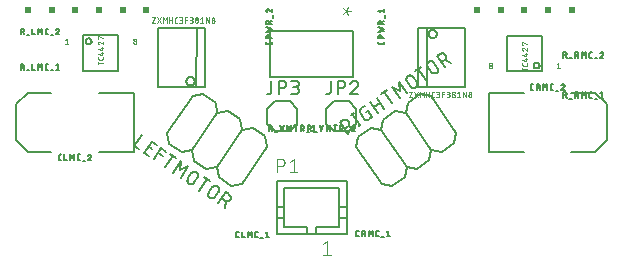
<source format=gbr>
G04 EAGLE Gerber X2 export*
G04 #@! %TF.Part,Single*
G04 #@! %TF.FileFunction,Legend,Top,1*
G04 #@! %TF.FilePolarity,Positive*
G04 #@! %TF.GenerationSoftware,Autodesk,EAGLE,8.6.0*
G04 #@! %TF.CreationDate,2018-03-03T07:31:49Z*
G75*
%MOMM*%
%FSLAX34Y34*%
%LPD*%
%AMOC8*
5,1,8,0,0,1.08239X$1,22.5*%
G01*
%ADD10R,0.508000X0.508000*%
%ADD11C,0.127000*%
%ADD12C,0.203200*%
%ADD13C,0.152400*%
%ADD14C,0.050800*%
%ADD15C,0.076200*%
%ADD16C,0.101600*%


D10*
X310000Y320000D03*
D11*
X487282Y127549D02*
X488354Y127549D01*
X487282Y127549D02*
X487217Y127551D01*
X487153Y127557D01*
X487089Y127567D01*
X487025Y127580D01*
X486963Y127598D01*
X486902Y127619D01*
X486842Y127643D01*
X486784Y127672D01*
X486727Y127704D01*
X486673Y127739D01*
X486621Y127777D01*
X486571Y127819D01*
X486524Y127863D01*
X486480Y127910D01*
X486438Y127960D01*
X486400Y128012D01*
X486365Y128066D01*
X486333Y128123D01*
X486304Y128181D01*
X486280Y128241D01*
X486259Y128302D01*
X486241Y128364D01*
X486228Y128428D01*
X486218Y128492D01*
X486212Y128556D01*
X486210Y128621D01*
X486209Y128621D02*
X486209Y131303D01*
X486210Y131303D02*
X486212Y131368D01*
X486218Y131432D01*
X486228Y131496D01*
X486241Y131560D01*
X486259Y131622D01*
X486280Y131683D01*
X486304Y131743D01*
X486333Y131801D01*
X486365Y131858D01*
X486400Y131912D01*
X486438Y131964D01*
X486480Y132014D01*
X486524Y132061D01*
X486571Y132105D01*
X486621Y132147D01*
X486673Y132185D01*
X486727Y132220D01*
X486784Y132252D01*
X486842Y132281D01*
X486902Y132305D01*
X486963Y132326D01*
X487025Y132344D01*
X487089Y132357D01*
X487153Y132367D01*
X487217Y132373D01*
X487282Y132375D01*
X488354Y132375D01*
X491012Y132375D02*
X491012Y127549D01*
X493157Y127549D01*
X495845Y127549D02*
X495845Y132375D01*
X497454Y129694D01*
X499063Y132375D01*
X499063Y127549D01*
X503192Y127549D02*
X504265Y127549D01*
X503192Y127549D02*
X503127Y127551D01*
X503063Y127557D01*
X502999Y127567D01*
X502935Y127580D01*
X502873Y127598D01*
X502812Y127619D01*
X502752Y127643D01*
X502694Y127672D01*
X502637Y127704D01*
X502583Y127739D01*
X502531Y127777D01*
X502481Y127819D01*
X502434Y127863D01*
X502390Y127910D01*
X502348Y127960D01*
X502310Y128012D01*
X502275Y128066D01*
X502243Y128123D01*
X502214Y128181D01*
X502190Y128241D01*
X502169Y128302D01*
X502151Y128364D01*
X502138Y128428D01*
X502128Y128492D01*
X502122Y128556D01*
X502120Y128621D01*
X502120Y131303D01*
X502122Y131368D01*
X502128Y131432D01*
X502138Y131496D01*
X502151Y131560D01*
X502169Y131622D01*
X502190Y131683D01*
X502214Y131743D01*
X502243Y131801D01*
X502275Y131858D01*
X502310Y131912D01*
X502348Y131964D01*
X502390Y132014D01*
X502434Y132061D01*
X502481Y132105D01*
X502531Y132147D01*
X502583Y132185D01*
X502637Y132220D01*
X502694Y132252D01*
X502752Y132281D01*
X502812Y132305D01*
X502873Y132326D01*
X502935Y132344D01*
X502999Y132357D01*
X503063Y132367D01*
X503127Y132373D01*
X503192Y132375D01*
X504265Y132375D01*
X506440Y127013D02*
X508585Y127013D01*
X511110Y131303D02*
X512450Y132375D01*
X512450Y127549D01*
X511110Y127549D02*
X513791Y127549D01*
D12*
X399700Y200100D02*
X369700Y200100D01*
X399700Y200100D02*
X399700Y250100D01*
X369700Y250100D01*
X329700Y200100D02*
X309700Y200100D01*
X299700Y210100D01*
X299700Y240100D01*
X309700Y250100D01*
X329700Y250100D01*
D11*
X336982Y192969D02*
X338054Y192969D01*
X336982Y192969D02*
X336917Y192971D01*
X336853Y192977D01*
X336789Y192987D01*
X336725Y193000D01*
X336663Y193018D01*
X336602Y193039D01*
X336542Y193063D01*
X336484Y193092D01*
X336427Y193124D01*
X336373Y193159D01*
X336321Y193197D01*
X336271Y193239D01*
X336224Y193283D01*
X336180Y193330D01*
X336138Y193380D01*
X336100Y193432D01*
X336065Y193486D01*
X336033Y193543D01*
X336004Y193601D01*
X335980Y193661D01*
X335959Y193722D01*
X335941Y193784D01*
X335928Y193848D01*
X335918Y193912D01*
X335912Y193976D01*
X335910Y194041D01*
X335909Y194041D02*
X335909Y196723D01*
X335910Y196723D02*
X335912Y196788D01*
X335918Y196852D01*
X335928Y196916D01*
X335941Y196980D01*
X335959Y197042D01*
X335980Y197103D01*
X336004Y197163D01*
X336033Y197221D01*
X336065Y197278D01*
X336100Y197332D01*
X336138Y197384D01*
X336180Y197434D01*
X336224Y197481D01*
X336271Y197525D01*
X336321Y197567D01*
X336373Y197605D01*
X336427Y197640D01*
X336484Y197672D01*
X336542Y197701D01*
X336602Y197725D01*
X336663Y197746D01*
X336725Y197764D01*
X336789Y197777D01*
X336853Y197787D01*
X336917Y197793D01*
X336982Y197795D01*
X338054Y197795D01*
X340712Y197795D02*
X340712Y192969D01*
X342857Y192969D01*
X345545Y192969D02*
X345545Y197795D01*
X347154Y195114D01*
X348763Y197795D01*
X348763Y192969D01*
X352892Y192969D02*
X353965Y192969D01*
X352892Y192969D02*
X352827Y192971D01*
X352763Y192977D01*
X352699Y192987D01*
X352635Y193000D01*
X352573Y193018D01*
X352512Y193039D01*
X352452Y193063D01*
X352394Y193092D01*
X352337Y193124D01*
X352283Y193159D01*
X352231Y193197D01*
X352181Y193239D01*
X352134Y193283D01*
X352090Y193330D01*
X352048Y193380D01*
X352010Y193432D01*
X351975Y193486D01*
X351943Y193543D01*
X351914Y193601D01*
X351890Y193661D01*
X351869Y193722D01*
X351851Y193784D01*
X351838Y193848D01*
X351828Y193912D01*
X351822Y193976D01*
X351820Y194041D01*
X351820Y196723D01*
X351822Y196788D01*
X351828Y196852D01*
X351838Y196916D01*
X351851Y196980D01*
X351869Y197042D01*
X351890Y197103D01*
X351914Y197163D01*
X351943Y197221D01*
X351975Y197278D01*
X352010Y197332D01*
X352048Y197384D01*
X352090Y197434D01*
X352134Y197481D01*
X352181Y197525D01*
X352231Y197567D01*
X352283Y197605D01*
X352337Y197640D01*
X352394Y197672D01*
X352452Y197701D01*
X352512Y197725D01*
X352573Y197746D01*
X352635Y197764D01*
X352699Y197777D01*
X352763Y197787D01*
X352827Y197793D01*
X352892Y197795D01*
X353965Y197795D01*
X356140Y192433D02*
X358285Y192433D01*
X363491Y196588D02*
X363489Y196656D01*
X363483Y196723D01*
X363474Y196790D01*
X363461Y196857D01*
X363444Y196922D01*
X363423Y196987D01*
X363399Y197050D01*
X363371Y197112D01*
X363340Y197172D01*
X363306Y197230D01*
X363268Y197286D01*
X363228Y197341D01*
X363184Y197392D01*
X363137Y197441D01*
X363088Y197488D01*
X363037Y197532D01*
X362982Y197572D01*
X362926Y197610D01*
X362868Y197644D01*
X362808Y197675D01*
X362746Y197703D01*
X362683Y197727D01*
X362618Y197748D01*
X362553Y197765D01*
X362486Y197778D01*
X362419Y197787D01*
X362352Y197793D01*
X362284Y197795D01*
X362206Y197793D01*
X362128Y197787D01*
X362051Y197777D01*
X361974Y197764D01*
X361898Y197746D01*
X361823Y197725D01*
X361749Y197700D01*
X361677Y197671D01*
X361606Y197639D01*
X361537Y197603D01*
X361469Y197564D01*
X361404Y197521D01*
X361341Y197475D01*
X361280Y197426D01*
X361222Y197374D01*
X361167Y197319D01*
X361114Y197262D01*
X361065Y197202D01*
X361018Y197139D01*
X360975Y197075D01*
X360935Y197008D01*
X360898Y196939D01*
X360865Y196868D01*
X360835Y196796D01*
X360809Y196723D01*
X363089Y195650D02*
X363138Y195699D01*
X363185Y195751D01*
X363228Y195806D01*
X363269Y195863D01*
X363307Y195922D01*
X363341Y195983D01*
X363372Y196046D01*
X363400Y196110D01*
X363424Y196176D01*
X363444Y196242D01*
X363461Y196310D01*
X363474Y196379D01*
X363483Y196448D01*
X363489Y196518D01*
X363491Y196588D01*
X363089Y195650D02*
X360810Y192969D01*
X363491Y192969D01*
X588825Y128349D02*
X589897Y128349D01*
X588825Y128349D02*
X588760Y128351D01*
X588696Y128357D01*
X588632Y128367D01*
X588568Y128380D01*
X588506Y128398D01*
X588445Y128419D01*
X588385Y128443D01*
X588327Y128472D01*
X588270Y128504D01*
X588216Y128539D01*
X588164Y128577D01*
X588114Y128619D01*
X588067Y128663D01*
X588023Y128710D01*
X587981Y128760D01*
X587943Y128812D01*
X587908Y128866D01*
X587876Y128923D01*
X587847Y128981D01*
X587823Y129041D01*
X587802Y129102D01*
X587784Y129164D01*
X587771Y129228D01*
X587761Y129292D01*
X587755Y129356D01*
X587753Y129421D01*
X587752Y129421D02*
X587752Y132103D01*
X587753Y132103D02*
X587755Y132168D01*
X587761Y132232D01*
X587771Y132296D01*
X587784Y132360D01*
X587802Y132422D01*
X587823Y132483D01*
X587847Y132543D01*
X587876Y132601D01*
X587908Y132658D01*
X587943Y132712D01*
X587981Y132764D01*
X588023Y132814D01*
X588067Y132861D01*
X588114Y132905D01*
X588164Y132947D01*
X588216Y132985D01*
X588270Y133020D01*
X588327Y133052D01*
X588385Y133081D01*
X588445Y133105D01*
X588506Y133126D01*
X588568Y133144D01*
X588632Y133157D01*
X588696Y133167D01*
X588760Y133173D01*
X588825Y133175D01*
X589897Y133175D01*
X592599Y133175D02*
X592599Y128349D01*
X592599Y133175D02*
X593940Y133175D01*
X594011Y133173D01*
X594083Y133167D01*
X594153Y133158D01*
X594223Y133145D01*
X594293Y133128D01*
X594361Y133107D01*
X594428Y133083D01*
X594494Y133055D01*
X594558Y133024D01*
X594621Y132989D01*
X594681Y132951D01*
X594740Y132910D01*
X594796Y132866D01*
X594850Y132819D01*
X594901Y132770D01*
X594949Y132717D01*
X594995Y132662D01*
X595037Y132605D01*
X595077Y132545D01*
X595113Y132484D01*
X595146Y132420D01*
X595175Y132355D01*
X595201Y132289D01*
X595224Y132221D01*
X595243Y132152D01*
X595258Y132082D01*
X595269Y132012D01*
X595277Y131941D01*
X595281Y131870D01*
X595281Y131798D01*
X595277Y131727D01*
X595269Y131656D01*
X595258Y131586D01*
X595243Y131516D01*
X595224Y131447D01*
X595201Y131379D01*
X595175Y131313D01*
X595146Y131248D01*
X595113Y131184D01*
X595077Y131123D01*
X595037Y131063D01*
X594995Y131006D01*
X594949Y130951D01*
X594901Y130898D01*
X594850Y130849D01*
X594796Y130802D01*
X594740Y130758D01*
X594681Y130717D01*
X594621Y130679D01*
X594558Y130644D01*
X594494Y130613D01*
X594428Y130585D01*
X594361Y130561D01*
X594293Y130540D01*
X594223Y130523D01*
X594153Y130510D01*
X594083Y130501D01*
X594011Y130495D01*
X593940Y130493D01*
X593940Y130494D02*
X592599Y130494D01*
X594208Y130494D02*
X595281Y128349D01*
X598303Y128349D02*
X598303Y133175D01*
X599911Y130494D01*
X601520Y133175D01*
X601520Y128349D01*
X605649Y128349D02*
X606722Y128349D01*
X605649Y128349D02*
X605584Y128351D01*
X605520Y128357D01*
X605456Y128367D01*
X605392Y128380D01*
X605330Y128398D01*
X605269Y128419D01*
X605209Y128443D01*
X605151Y128472D01*
X605094Y128504D01*
X605040Y128539D01*
X604988Y128577D01*
X604938Y128619D01*
X604891Y128663D01*
X604847Y128710D01*
X604805Y128760D01*
X604767Y128812D01*
X604732Y128866D01*
X604700Y128923D01*
X604671Y128981D01*
X604647Y129041D01*
X604626Y129102D01*
X604608Y129164D01*
X604595Y129228D01*
X604585Y129292D01*
X604579Y129356D01*
X604577Y129421D01*
X604577Y132103D01*
X604578Y132103D02*
X604580Y132168D01*
X604586Y132232D01*
X604596Y132296D01*
X604609Y132360D01*
X604627Y132422D01*
X604648Y132483D01*
X604672Y132543D01*
X604701Y132601D01*
X604733Y132658D01*
X604768Y132712D01*
X604806Y132764D01*
X604848Y132814D01*
X604892Y132861D01*
X604939Y132905D01*
X604989Y132947D01*
X605041Y132985D01*
X605095Y133020D01*
X605152Y133052D01*
X605210Y133081D01*
X605270Y133105D01*
X605331Y133126D01*
X605393Y133144D01*
X605457Y133157D01*
X605521Y133167D01*
X605585Y133173D01*
X605650Y133175D01*
X605649Y133175D02*
X606722Y133175D01*
X608897Y127813D02*
X611042Y127813D01*
X613567Y132103D02*
X614907Y133175D01*
X614907Y128349D01*
X613567Y128349D02*
X616248Y128349D01*
D12*
X699856Y250013D02*
X729856Y250065D01*
X699856Y250013D02*
X699944Y200013D01*
X729944Y200065D01*
X769856Y250135D02*
X789856Y250170D01*
X799874Y240187D01*
X799926Y210187D01*
X789944Y200170D01*
X769944Y200135D01*
D11*
X737749Y252384D02*
X736677Y252382D01*
X736612Y252384D01*
X736548Y252390D01*
X736484Y252399D01*
X736420Y252413D01*
X736358Y252430D01*
X736297Y252451D01*
X736237Y252476D01*
X736178Y252504D01*
X736122Y252536D01*
X736068Y252571D01*
X736015Y252609D01*
X735966Y252650D01*
X735918Y252695D01*
X735874Y252742D01*
X735832Y252791D01*
X735794Y252843D01*
X735759Y252898D01*
X735727Y252954D01*
X735698Y253012D01*
X735673Y253072D01*
X735652Y253133D01*
X735635Y253196D01*
X735621Y253259D01*
X735611Y253323D01*
X735605Y253387D01*
X735603Y253452D01*
X735598Y256134D01*
X735598Y256133D02*
X735600Y256198D01*
X735606Y256262D01*
X735615Y256326D01*
X735629Y256390D01*
X735646Y256452D01*
X735667Y256513D01*
X735692Y256573D01*
X735720Y256632D01*
X735752Y256688D01*
X735787Y256742D01*
X735825Y256795D01*
X735866Y256844D01*
X735911Y256892D01*
X735958Y256936D01*
X736007Y256978D01*
X736059Y257016D01*
X736114Y257051D01*
X736170Y257083D01*
X736228Y257112D01*
X736288Y257137D01*
X736349Y257158D01*
X736412Y257175D01*
X736475Y257189D01*
X736539Y257199D01*
X736603Y257205D01*
X736668Y257207D01*
X736668Y257208D02*
X737741Y257210D01*
X740443Y257214D02*
X740452Y252388D01*
X740443Y257214D02*
X741784Y257217D01*
X741855Y257215D01*
X741926Y257210D01*
X741997Y257200D01*
X742067Y257187D01*
X742137Y257170D01*
X742205Y257150D01*
X742272Y257126D01*
X742338Y257098D01*
X742402Y257067D01*
X742465Y257033D01*
X742525Y256995D01*
X742584Y256954D01*
X742640Y256910D01*
X742694Y256863D01*
X742745Y256813D01*
X742794Y256761D01*
X742839Y256706D01*
X742882Y256649D01*
X742922Y256589D01*
X742958Y256528D01*
X742991Y256465D01*
X743021Y256400D01*
X743047Y256333D01*
X743069Y256265D01*
X743088Y256197D01*
X743103Y256127D01*
X743115Y256056D01*
X743123Y255985D01*
X743126Y255914D01*
X743127Y255843D01*
X743123Y255771D01*
X743115Y255700D01*
X743104Y255630D01*
X743089Y255560D01*
X743071Y255491D01*
X743048Y255423D01*
X743022Y255357D01*
X742993Y255292D01*
X742960Y255228D01*
X742924Y255167D01*
X742885Y255107D01*
X742842Y255050D01*
X742797Y254995D01*
X742748Y254942D01*
X742697Y254892D01*
X742644Y254845D01*
X742588Y254801D01*
X742529Y254760D01*
X742469Y254722D01*
X742406Y254687D01*
X742342Y254656D01*
X742277Y254628D01*
X742209Y254604D01*
X742141Y254583D01*
X742072Y254566D01*
X742002Y254552D01*
X741931Y254543D01*
X741860Y254537D01*
X741788Y254535D01*
X741788Y254536D02*
X740448Y254533D01*
X742057Y254536D02*
X743133Y252393D01*
X746155Y252398D02*
X746146Y257224D01*
X747760Y254546D01*
X749364Y257230D01*
X749372Y252404D01*
X753502Y252411D02*
X754574Y252413D01*
X753502Y252412D02*
X753437Y252414D01*
X753373Y252420D01*
X753309Y252429D01*
X753245Y252443D01*
X753183Y252460D01*
X753122Y252481D01*
X753062Y252506D01*
X753003Y252534D01*
X752947Y252566D01*
X752893Y252601D01*
X752840Y252639D01*
X752791Y252680D01*
X752743Y252725D01*
X752699Y252772D01*
X752657Y252821D01*
X752619Y252873D01*
X752584Y252928D01*
X752552Y252984D01*
X752523Y253042D01*
X752498Y253102D01*
X752477Y253163D01*
X752460Y253226D01*
X752446Y253289D01*
X752436Y253353D01*
X752430Y253417D01*
X752428Y253482D01*
X752427Y253482D02*
X752423Y256163D01*
X752425Y256228D01*
X752431Y256292D01*
X752440Y256356D01*
X752454Y256420D01*
X752471Y256482D01*
X752492Y256543D01*
X752517Y256603D01*
X752545Y256662D01*
X752577Y256718D01*
X752612Y256772D01*
X752650Y256825D01*
X752691Y256874D01*
X752736Y256922D01*
X752783Y256966D01*
X752832Y257008D01*
X752884Y257046D01*
X752939Y257081D01*
X752995Y257113D01*
X753053Y257142D01*
X753113Y257167D01*
X753174Y257188D01*
X753237Y257205D01*
X753300Y257219D01*
X753364Y257229D01*
X753428Y257235D01*
X753493Y257237D01*
X754566Y257239D01*
X756750Y251881D02*
X758895Y251884D01*
X764094Y256049D02*
X764092Y256117D01*
X764086Y256184D01*
X764077Y256251D01*
X764063Y256318D01*
X764046Y256383D01*
X764026Y256448D01*
X764001Y256511D01*
X763974Y256573D01*
X763942Y256633D01*
X763908Y256691D01*
X763870Y256747D01*
X763829Y256801D01*
X763786Y256853D01*
X763739Y256902D01*
X763690Y256948D01*
X763638Y256992D01*
X763584Y257033D01*
X763527Y257070D01*
X763469Y257104D01*
X763409Y257135D01*
X763347Y257163D01*
X763284Y257187D01*
X763219Y257207D01*
X763154Y257224D01*
X763087Y257237D01*
X763020Y257247D01*
X762953Y257252D01*
X762885Y257254D01*
X762884Y257254D02*
X762806Y257252D01*
X762729Y257246D01*
X762651Y257236D01*
X762575Y257222D01*
X762499Y257205D01*
X762424Y257183D01*
X762350Y257158D01*
X762277Y257129D01*
X762207Y257097D01*
X762137Y257061D01*
X762070Y257021D01*
X762005Y256979D01*
X761942Y256933D01*
X761881Y256883D01*
X761823Y256831D01*
X761768Y256776D01*
X761715Y256719D01*
X761666Y256659D01*
X761619Y256596D01*
X761576Y256531D01*
X761536Y256464D01*
X761500Y256395D01*
X761467Y256325D01*
X761437Y256252D01*
X761412Y256179D01*
X763693Y255110D02*
X763743Y255160D01*
X763789Y255212D01*
X763833Y255267D01*
X763873Y255324D01*
X763911Y255383D01*
X763945Y255444D01*
X763976Y255507D01*
X764003Y255571D01*
X764027Y255637D01*
X764048Y255704D01*
X764064Y255772D01*
X764077Y255840D01*
X764087Y255910D01*
X764092Y255979D01*
X764094Y256049D01*
X763693Y255110D02*
X761419Y252425D01*
X764100Y252430D01*
D13*
X512233Y204297D02*
X510566Y213121D01*
X500074Y220278D02*
X491250Y218610D01*
X489583Y227435D01*
X479091Y234591D02*
X470267Y232924D01*
X512233Y204297D02*
X490763Y172823D01*
X481939Y171155D01*
X471447Y178312D01*
X469780Y187136D01*
X460956Y185469D01*
X450464Y192626D01*
X448797Y201450D01*
X469780Y187136D02*
X491250Y218610D01*
X470267Y232924D02*
X448797Y201450D01*
X479091Y234591D02*
X489583Y227435D01*
X500074Y220278D02*
X510566Y213121D01*
X470267Y232924D02*
X468600Y241748D01*
X458109Y248905D02*
X449284Y247238D01*
X448797Y201450D02*
X439973Y199782D01*
X429481Y206939D01*
X427814Y215763D01*
X449284Y247238D01*
X458109Y248905D02*
X468600Y241748D01*
D11*
X406298Y214298D02*
X399857Y204856D01*
X404054Y201993D01*
X408041Y199273D02*
X412237Y196411D01*
X408041Y199273D02*
X414482Y208716D01*
X418678Y205853D01*
X414766Y202372D02*
X411619Y204519D01*
X422665Y203133D02*
X416224Y193691D01*
X422665Y203133D02*
X426861Y200271D01*
X423999Y196074D02*
X419802Y198937D01*
X432506Y196420D02*
X426065Y186978D01*
X429883Y198209D02*
X435129Y194631D01*
X439115Y191911D02*
X432674Y182469D01*
X438684Y184519D02*
X439115Y191911D01*
X438684Y184519D02*
X445410Y187617D01*
X438969Y178175D01*
X445375Y177649D02*
X448237Y181846D01*
X448237Y181845D02*
X448301Y181936D01*
X448368Y182024D01*
X448439Y182110D01*
X448512Y182193D01*
X448588Y182273D01*
X448666Y182351D01*
X448748Y182427D01*
X448832Y182499D01*
X448918Y182568D01*
X449007Y182634D01*
X449098Y182697D01*
X449192Y182757D01*
X449287Y182814D01*
X449384Y182867D01*
X449483Y182917D01*
X449584Y182963D01*
X449686Y183006D01*
X449790Y183045D01*
X449895Y183081D01*
X450001Y183113D01*
X450108Y183141D01*
X450216Y183165D01*
X450325Y183186D01*
X450435Y183202D01*
X450545Y183215D01*
X450655Y183224D01*
X450766Y183230D01*
X450877Y183231D01*
X450987Y183228D01*
X451098Y183222D01*
X451208Y183212D01*
X451318Y183198D01*
X451428Y183180D01*
X451536Y183158D01*
X451644Y183133D01*
X451751Y183103D01*
X451857Y183070D01*
X451962Y183034D01*
X452065Y182994D01*
X452167Y182950D01*
X452267Y182902D01*
X452365Y182852D01*
X452462Y182797D01*
X452557Y182740D01*
X452649Y182679D01*
X452740Y182615D01*
X452828Y182548D01*
X452914Y182477D01*
X452997Y182404D01*
X453077Y182328D01*
X453155Y182250D01*
X453231Y182168D01*
X453303Y182084D01*
X453372Y181998D01*
X453438Y181909D01*
X453501Y181818D01*
X453561Y181724D01*
X453618Y181629D01*
X453671Y181532D01*
X453721Y181433D01*
X453767Y181332D01*
X453810Y181230D01*
X453849Y181126D01*
X453885Y181021D01*
X453917Y180915D01*
X453945Y180808D01*
X453969Y180700D01*
X453990Y180591D01*
X454006Y180481D01*
X454019Y180371D01*
X454028Y180261D01*
X454034Y180150D01*
X454035Y180039D01*
X454032Y179929D01*
X454026Y179818D01*
X454016Y179708D01*
X454002Y179598D01*
X453984Y179488D01*
X453962Y179380D01*
X453937Y179272D01*
X453907Y179165D01*
X453874Y179059D01*
X453838Y178954D01*
X453798Y178851D01*
X453754Y178749D01*
X453706Y178649D01*
X453656Y178551D01*
X453601Y178454D01*
X453544Y178359D01*
X453483Y178267D01*
X450620Y174071D01*
X450555Y173979D01*
X450487Y173890D01*
X450416Y173804D01*
X450342Y173719D01*
X450265Y173638D01*
X450185Y173559D01*
X450103Y173484D01*
X450017Y173411D01*
X449930Y173341D01*
X449840Y173274D01*
X449747Y173211D01*
X449653Y173151D01*
X449556Y173094D01*
X449457Y173041D01*
X449357Y172991D01*
X449255Y172945D01*
X449151Y172902D01*
X449046Y172863D01*
X448940Y172828D01*
X448832Y172797D01*
X448724Y172769D01*
X448614Y172746D01*
X448504Y172726D01*
X448393Y172710D01*
X448281Y172698D01*
X448170Y172690D01*
X448058Y172686D01*
X447946Y172685D01*
X447834Y172689D01*
X447722Y172697D01*
X447610Y172709D01*
X447499Y172724D01*
X447389Y172744D01*
X447279Y172767D01*
X447171Y172794D01*
X447063Y172826D01*
X446956Y172860D01*
X446851Y172899D01*
X446747Y172941D01*
X446645Y172987D01*
X446545Y173037D01*
X446446Y173090D01*
X446349Y173146D01*
X446254Y173206D01*
X446162Y173269D01*
X446072Y173336D01*
X445984Y173405D01*
X445898Y173478D01*
X445815Y173553D01*
X445735Y173632D01*
X445658Y173713D01*
X445584Y173797D01*
X445513Y173883D01*
X445444Y173972D01*
X445379Y174063D01*
X445317Y174157D01*
X445259Y174252D01*
X445204Y174350D01*
X445152Y174450D01*
X445104Y174551D01*
X445060Y174654D01*
X445019Y174758D01*
X444982Y174864D01*
X444949Y174971D01*
X444920Y175079D01*
X444894Y175188D01*
X444872Y175298D01*
X444854Y175409D01*
X444840Y175520D01*
X444830Y175631D01*
X444824Y175743D01*
X444822Y175855D01*
X444824Y175967D01*
X444830Y176079D01*
X444839Y176191D01*
X444853Y176302D01*
X444871Y176413D01*
X444892Y176523D01*
X444917Y176632D01*
X444946Y176740D01*
X444979Y176847D01*
X445016Y176953D01*
X445057Y177058D01*
X445101Y177161D01*
X445148Y177262D01*
X445200Y177362D01*
X445254Y177460D01*
X445313Y177555D01*
X445374Y177649D01*
X455021Y167225D02*
X461462Y176667D01*
X458839Y178457D02*
X464085Y174878D01*
X465863Y169822D02*
X463000Y165625D01*
X465863Y169822D02*
X465927Y169913D01*
X465994Y170001D01*
X466065Y170087D01*
X466138Y170170D01*
X466214Y170250D01*
X466292Y170328D01*
X466374Y170404D01*
X466458Y170476D01*
X466544Y170545D01*
X466633Y170611D01*
X466724Y170674D01*
X466818Y170734D01*
X466913Y170791D01*
X467010Y170844D01*
X467109Y170894D01*
X467210Y170940D01*
X467312Y170983D01*
X467416Y171022D01*
X467521Y171058D01*
X467627Y171090D01*
X467734Y171118D01*
X467842Y171142D01*
X467951Y171163D01*
X468061Y171179D01*
X468171Y171192D01*
X468281Y171201D01*
X468392Y171207D01*
X468503Y171208D01*
X468613Y171205D01*
X468724Y171199D01*
X468834Y171189D01*
X468944Y171175D01*
X469054Y171157D01*
X469162Y171135D01*
X469270Y171110D01*
X469377Y171080D01*
X469483Y171047D01*
X469588Y171011D01*
X469691Y170971D01*
X469793Y170927D01*
X469893Y170879D01*
X469991Y170829D01*
X470088Y170774D01*
X470183Y170717D01*
X470275Y170656D01*
X470366Y170592D01*
X470454Y170525D01*
X470540Y170454D01*
X470623Y170381D01*
X470703Y170305D01*
X470781Y170227D01*
X470857Y170145D01*
X470929Y170061D01*
X470998Y169975D01*
X471064Y169886D01*
X471127Y169795D01*
X471187Y169701D01*
X471244Y169606D01*
X471297Y169509D01*
X471347Y169410D01*
X471393Y169309D01*
X471436Y169207D01*
X471475Y169103D01*
X471511Y168998D01*
X471543Y168892D01*
X471571Y168785D01*
X471595Y168677D01*
X471616Y168568D01*
X471632Y168458D01*
X471645Y168348D01*
X471654Y168238D01*
X471660Y168127D01*
X471661Y168016D01*
X471658Y167906D01*
X471652Y167795D01*
X471642Y167685D01*
X471628Y167575D01*
X471610Y167465D01*
X471588Y167357D01*
X471563Y167249D01*
X471533Y167142D01*
X471500Y167036D01*
X471464Y166931D01*
X471424Y166828D01*
X471380Y166726D01*
X471332Y166626D01*
X471282Y166528D01*
X471227Y166431D01*
X471170Y166336D01*
X471109Y166244D01*
X468246Y162047D01*
X468181Y161955D01*
X468113Y161866D01*
X468042Y161780D01*
X467968Y161695D01*
X467891Y161614D01*
X467811Y161535D01*
X467729Y161460D01*
X467643Y161387D01*
X467556Y161317D01*
X467466Y161250D01*
X467373Y161187D01*
X467279Y161127D01*
X467182Y161070D01*
X467083Y161017D01*
X466983Y160967D01*
X466881Y160921D01*
X466777Y160878D01*
X466672Y160839D01*
X466566Y160804D01*
X466458Y160773D01*
X466350Y160745D01*
X466240Y160722D01*
X466130Y160702D01*
X466019Y160686D01*
X465907Y160674D01*
X465796Y160666D01*
X465684Y160662D01*
X465572Y160661D01*
X465460Y160665D01*
X465348Y160673D01*
X465236Y160685D01*
X465125Y160700D01*
X465015Y160720D01*
X464905Y160743D01*
X464797Y160770D01*
X464689Y160802D01*
X464582Y160836D01*
X464477Y160875D01*
X464373Y160917D01*
X464271Y160963D01*
X464171Y161013D01*
X464072Y161066D01*
X463975Y161122D01*
X463880Y161182D01*
X463788Y161245D01*
X463698Y161312D01*
X463610Y161381D01*
X463524Y161454D01*
X463441Y161529D01*
X463361Y161608D01*
X463284Y161689D01*
X463210Y161773D01*
X463139Y161859D01*
X463070Y161948D01*
X463005Y162039D01*
X462943Y162133D01*
X462885Y162228D01*
X462830Y162326D01*
X462778Y162426D01*
X462730Y162527D01*
X462686Y162630D01*
X462645Y162734D01*
X462608Y162840D01*
X462575Y162947D01*
X462546Y163055D01*
X462520Y163164D01*
X462498Y163274D01*
X462480Y163385D01*
X462466Y163496D01*
X462456Y163607D01*
X462450Y163719D01*
X462448Y163831D01*
X462450Y163943D01*
X462456Y164055D01*
X462465Y164167D01*
X462479Y164278D01*
X462497Y164389D01*
X462518Y164499D01*
X462543Y164608D01*
X462572Y164716D01*
X462605Y164823D01*
X462642Y164929D01*
X462683Y165034D01*
X462727Y165137D01*
X462774Y165238D01*
X462826Y165338D01*
X462880Y165436D01*
X462939Y165531D01*
X463000Y165625D01*
X471036Y156300D02*
X477478Y165742D01*
X480100Y163953D01*
X480191Y163889D01*
X480279Y163822D01*
X480365Y163751D01*
X480448Y163678D01*
X480528Y163602D01*
X480606Y163524D01*
X480682Y163442D01*
X480754Y163358D01*
X480823Y163272D01*
X480889Y163183D01*
X480952Y163092D01*
X481012Y162998D01*
X481069Y162903D01*
X481122Y162806D01*
X481172Y162707D01*
X481218Y162606D01*
X481261Y162504D01*
X481300Y162400D01*
X481336Y162295D01*
X481368Y162189D01*
X481396Y162082D01*
X481420Y161974D01*
X481441Y161865D01*
X481457Y161755D01*
X481470Y161645D01*
X481479Y161535D01*
X481485Y161424D01*
X481486Y161313D01*
X481483Y161203D01*
X481477Y161092D01*
X481467Y160982D01*
X481453Y160872D01*
X481435Y160762D01*
X481413Y160654D01*
X481388Y160546D01*
X481358Y160439D01*
X481325Y160333D01*
X481289Y160228D01*
X481249Y160125D01*
X481205Y160023D01*
X481157Y159923D01*
X481107Y159825D01*
X481052Y159728D01*
X480995Y159633D01*
X480934Y159541D01*
X480870Y159450D01*
X480803Y159362D01*
X480732Y159276D01*
X480659Y159193D01*
X480583Y159113D01*
X480505Y159035D01*
X480423Y158959D01*
X480339Y158887D01*
X480253Y158818D01*
X480164Y158752D01*
X480073Y158689D01*
X479979Y158629D01*
X479884Y158572D01*
X479787Y158519D01*
X479688Y158469D01*
X479587Y158423D01*
X479485Y158380D01*
X479381Y158341D01*
X479276Y158305D01*
X479170Y158273D01*
X479063Y158245D01*
X478955Y158221D01*
X478846Y158200D01*
X478736Y158184D01*
X478626Y158171D01*
X478516Y158162D01*
X478405Y158156D01*
X478294Y158155D01*
X478184Y158158D01*
X478073Y158164D01*
X477963Y158174D01*
X477853Y158188D01*
X477743Y158206D01*
X477635Y158228D01*
X477527Y158253D01*
X477420Y158283D01*
X477314Y158316D01*
X477209Y158352D01*
X477106Y158392D01*
X477004Y158436D01*
X476904Y158484D01*
X476806Y158534D01*
X476709Y158589D01*
X476614Y158646D01*
X476522Y158707D01*
X476522Y158708D02*
X473899Y160497D01*
X477047Y158350D02*
X476282Y152722D01*
D10*
X330000Y320000D03*
X350000Y320000D03*
X370000Y320000D03*
X390000Y320000D03*
D13*
X609418Y172742D02*
X618248Y171106D01*
X628715Y178299D02*
X630351Y187129D01*
X639181Y185492D01*
X649647Y192686D02*
X651284Y201516D01*
X609418Y172742D02*
X587838Y204141D01*
X589475Y212971D01*
X599941Y220165D01*
X608771Y218528D01*
X610408Y227358D01*
X620874Y234551D01*
X629704Y232915D01*
X608771Y218528D02*
X630351Y187129D01*
X651284Y201516D02*
X629704Y232915D01*
X649647Y192686D02*
X639181Y185492D01*
X628715Y178299D02*
X618248Y171106D01*
X651284Y201516D02*
X660114Y199879D01*
X670580Y207072D02*
X672217Y215902D01*
X629704Y232915D02*
X631340Y241745D01*
X641807Y248938D01*
X650637Y247301D01*
X672217Y215902D01*
X670580Y207072D02*
X660114Y199879D01*
D11*
X580808Y215491D02*
X574334Y224910D01*
X576951Y226709D01*
X577044Y226770D01*
X577140Y226829D01*
X577237Y226884D01*
X577337Y226936D01*
X577438Y226984D01*
X577541Y227028D01*
X577645Y227069D01*
X577751Y227106D01*
X577858Y227139D01*
X577966Y227169D01*
X578075Y227195D01*
X578185Y227217D01*
X578296Y227234D01*
X578407Y227249D01*
X578519Y227259D01*
X578630Y227265D01*
X578742Y227267D01*
X578855Y227265D01*
X578966Y227260D01*
X579078Y227250D01*
X579189Y227236D01*
X579300Y227219D01*
X579410Y227197D01*
X579519Y227172D01*
X579627Y227143D01*
X579735Y227110D01*
X579840Y227073D01*
X579945Y227033D01*
X580048Y226989D01*
X580150Y226941D01*
X580249Y226890D01*
X580347Y226836D01*
X580443Y226777D01*
X580537Y226716D01*
X580628Y226651D01*
X580717Y226583D01*
X580804Y226512D01*
X580888Y226438D01*
X580969Y226361D01*
X581048Y226282D01*
X581124Y226199D01*
X581197Y226114D01*
X581267Y226026D01*
X581333Y225936D01*
X581397Y225844D01*
X581457Y225749D01*
X581514Y225653D01*
X581567Y225554D01*
X581617Y225454D01*
X581663Y225352D01*
X581706Y225248D01*
X581745Y225143D01*
X581780Y225037D01*
X581812Y224929D01*
X581839Y224820D01*
X581863Y224711D01*
X581883Y224601D01*
X581899Y224490D01*
X581911Y224378D01*
X581919Y224267D01*
X581923Y224155D01*
X581924Y224043D01*
X581920Y223930D01*
X581912Y223819D01*
X581901Y223707D01*
X581885Y223596D01*
X581866Y223486D01*
X581842Y223376D01*
X581815Y223268D01*
X581784Y223160D01*
X581749Y223053D01*
X581711Y222948D01*
X581669Y222844D01*
X581623Y222742D01*
X581573Y222641D01*
X581520Y222543D01*
X581464Y222446D01*
X581404Y222351D01*
X581341Y222258D01*
X581275Y222168D01*
X581205Y222080D01*
X581133Y221995D01*
X581057Y221912D01*
X580979Y221832D01*
X580898Y221755D01*
X580814Y221680D01*
X580727Y221609D01*
X580639Y221540D01*
X580547Y221475D01*
X580548Y221476D02*
X577931Y219677D01*
X581071Y221835D02*
X586042Y219087D01*
X590893Y222421D02*
X584419Y231841D01*
X591939Y223141D02*
X589846Y221702D01*
X583372Y231122D02*
X585465Y232560D01*
X596192Y233769D02*
X597762Y234848D01*
X601359Y229615D01*
X598219Y227457D01*
X598135Y227402D01*
X598050Y227350D01*
X597963Y227302D01*
X597873Y227257D01*
X597783Y227216D01*
X597690Y227179D01*
X597596Y227145D01*
X597501Y227115D01*
X597405Y227088D01*
X597308Y227066D01*
X597210Y227047D01*
X597112Y227032D01*
X597012Y227021D01*
X596913Y227013D01*
X596813Y227010D01*
X596714Y227011D01*
X596614Y227015D01*
X596514Y227024D01*
X596416Y227036D01*
X596317Y227053D01*
X596219Y227073D01*
X596123Y227097D01*
X596027Y227124D01*
X595932Y227156D01*
X595839Y227191D01*
X595747Y227230D01*
X595657Y227272D01*
X595568Y227318D01*
X595481Y227367D01*
X595397Y227420D01*
X595314Y227476D01*
X595234Y227535D01*
X595156Y227597D01*
X595080Y227662D01*
X595008Y227731D01*
X594938Y227802D01*
X594870Y227875D01*
X594806Y227952D01*
X594745Y228030D01*
X594687Y228111D01*
X591090Y233344D01*
X591091Y233344D02*
X591036Y233428D01*
X590984Y233513D01*
X590936Y233600D01*
X590891Y233690D01*
X590850Y233780D01*
X590813Y233873D01*
X590779Y233967D01*
X590749Y234062D01*
X590722Y234158D01*
X590700Y234255D01*
X590681Y234353D01*
X590666Y234451D01*
X590655Y234551D01*
X590647Y234650D01*
X590644Y234750D01*
X590645Y234850D01*
X590649Y234949D01*
X590658Y235049D01*
X590670Y235147D01*
X590687Y235246D01*
X590707Y235344D01*
X590731Y235440D01*
X590758Y235536D01*
X590790Y235631D01*
X590825Y235724D01*
X590864Y235816D01*
X590906Y235906D01*
X590952Y235995D01*
X591001Y236082D01*
X591054Y236166D01*
X591110Y236249D01*
X591169Y236329D01*
X591231Y236407D01*
X591296Y236483D01*
X591365Y236555D01*
X591436Y236625D01*
X591509Y236693D01*
X591586Y236757D01*
X591664Y236818D01*
X591745Y236876D01*
X594885Y239034D01*
X599699Y242343D02*
X606173Y232923D01*
X602577Y238157D02*
X607810Y241753D01*
X604933Y245940D02*
X611407Y236520D01*
X617896Y240980D02*
X611422Y250400D01*
X614038Y252198D02*
X608805Y248601D01*
X618016Y254932D02*
X624490Y245512D01*
X624752Y251856D02*
X618016Y254932D01*
X624752Y251856D02*
X624295Y259248D01*
X630769Y249828D01*
X633576Y255609D02*
X630699Y259796D01*
X630638Y259889D01*
X630579Y259985D01*
X630524Y260082D01*
X630472Y260182D01*
X630424Y260283D01*
X630380Y260386D01*
X630339Y260490D01*
X630302Y260596D01*
X630269Y260703D01*
X630239Y260811D01*
X630213Y260920D01*
X630191Y261030D01*
X630174Y261141D01*
X630159Y261252D01*
X630149Y261364D01*
X630143Y261475D01*
X630141Y261587D01*
X630143Y261700D01*
X630148Y261811D01*
X630158Y261923D01*
X630172Y262034D01*
X630189Y262145D01*
X630211Y262255D01*
X630236Y262364D01*
X630265Y262472D01*
X630298Y262580D01*
X630335Y262685D01*
X630375Y262790D01*
X630419Y262893D01*
X630467Y262995D01*
X630518Y263094D01*
X630572Y263192D01*
X630631Y263288D01*
X630692Y263382D01*
X630757Y263473D01*
X630825Y263562D01*
X630896Y263649D01*
X630970Y263733D01*
X631047Y263815D01*
X631126Y263893D01*
X631209Y263969D01*
X631294Y264042D01*
X631382Y264112D01*
X631472Y264178D01*
X631564Y264242D01*
X631659Y264302D01*
X631755Y264359D01*
X631854Y264412D01*
X631954Y264462D01*
X632056Y264508D01*
X632160Y264551D01*
X632265Y264590D01*
X632371Y264625D01*
X632479Y264657D01*
X632588Y264684D01*
X632697Y264708D01*
X632807Y264728D01*
X632918Y264744D01*
X633030Y264756D01*
X633141Y264764D01*
X633253Y264768D01*
X633365Y264769D01*
X633478Y264765D01*
X633589Y264757D01*
X633701Y264746D01*
X633812Y264730D01*
X633922Y264711D01*
X634032Y264687D01*
X634140Y264660D01*
X634248Y264629D01*
X634355Y264594D01*
X634460Y264556D01*
X634564Y264514D01*
X634666Y264468D01*
X634767Y264418D01*
X634865Y264365D01*
X634962Y264309D01*
X635057Y264249D01*
X635150Y264186D01*
X635240Y264120D01*
X635328Y264050D01*
X635413Y263978D01*
X635496Y263902D01*
X635576Y263824D01*
X635653Y263743D01*
X635728Y263659D01*
X635799Y263572D01*
X635868Y263484D01*
X635933Y263392D01*
X635932Y263393D02*
X638809Y259206D01*
X638810Y259206D02*
X638871Y259114D01*
X638929Y259019D01*
X638983Y258923D01*
X639034Y258825D01*
X639082Y258725D01*
X639126Y258623D01*
X639167Y258520D01*
X639204Y258415D01*
X639237Y258310D01*
X639267Y258203D01*
X639293Y258095D01*
X639315Y257987D01*
X639333Y257877D01*
X639348Y257767D01*
X639358Y257657D01*
X639365Y257546D01*
X639368Y257436D01*
X639367Y257325D01*
X639362Y257214D01*
X639353Y257104D01*
X639341Y256994D01*
X639324Y256884D01*
X639304Y256775D01*
X639280Y256667D01*
X639253Y256560D01*
X639221Y256453D01*
X639186Y256348D01*
X639147Y256244D01*
X639105Y256142D01*
X639059Y256041D01*
X639009Y255942D01*
X638956Y255845D01*
X638900Y255749D01*
X638841Y255656D01*
X638778Y255564D01*
X638712Y255475D01*
X638643Y255388D01*
X638571Y255304D01*
X638496Y255222D01*
X638418Y255143D01*
X638338Y255067D01*
X638255Y254994D01*
X638169Y254923D01*
X638082Y254856D01*
X637991Y254791D01*
X637899Y254730D01*
X637804Y254672D01*
X637708Y254618D01*
X637610Y254567D01*
X637510Y254519D01*
X637408Y254475D01*
X637305Y254434D01*
X637200Y254397D01*
X637095Y254364D01*
X636988Y254334D01*
X636880Y254308D01*
X636772Y254286D01*
X636662Y254268D01*
X636552Y254253D01*
X636442Y254243D01*
X636331Y254236D01*
X636221Y254233D01*
X636110Y254234D01*
X635999Y254239D01*
X635889Y254248D01*
X635779Y254260D01*
X635669Y254277D01*
X635560Y254297D01*
X635452Y254321D01*
X635345Y254348D01*
X635238Y254380D01*
X635133Y254415D01*
X635029Y254454D01*
X634927Y254496D01*
X634826Y254542D01*
X634727Y254592D01*
X634630Y254645D01*
X634534Y254701D01*
X634441Y254760D01*
X634349Y254823D01*
X634260Y254889D01*
X634173Y254958D01*
X634089Y255030D01*
X634007Y255105D01*
X633928Y255183D01*
X633852Y255263D01*
X633779Y255346D01*
X633708Y255432D01*
X633641Y255519D01*
X633576Y255610D01*
X646783Y260834D02*
X640309Y270253D01*
X637692Y268455D02*
X642926Y272052D01*
X648282Y271881D02*
X651160Y267694D01*
X648282Y271881D02*
X648221Y271974D01*
X648162Y272070D01*
X648107Y272167D01*
X648055Y272267D01*
X648007Y272368D01*
X647963Y272471D01*
X647922Y272575D01*
X647885Y272681D01*
X647852Y272788D01*
X647822Y272896D01*
X647796Y273005D01*
X647774Y273115D01*
X647757Y273226D01*
X647742Y273337D01*
X647732Y273449D01*
X647726Y273560D01*
X647724Y273672D01*
X647726Y273785D01*
X647731Y273896D01*
X647741Y274008D01*
X647755Y274119D01*
X647772Y274230D01*
X647794Y274340D01*
X647819Y274449D01*
X647848Y274557D01*
X647881Y274665D01*
X647918Y274770D01*
X647958Y274875D01*
X648002Y274978D01*
X648050Y275080D01*
X648101Y275179D01*
X648155Y275277D01*
X648214Y275373D01*
X648275Y275467D01*
X648340Y275558D01*
X648408Y275647D01*
X648479Y275734D01*
X648553Y275818D01*
X648630Y275900D01*
X648709Y275978D01*
X648792Y276054D01*
X648877Y276127D01*
X648965Y276197D01*
X649055Y276263D01*
X649147Y276327D01*
X649242Y276387D01*
X649338Y276444D01*
X649437Y276497D01*
X649537Y276547D01*
X649639Y276593D01*
X649743Y276636D01*
X649848Y276675D01*
X649954Y276710D01*
X650062Y276742D01*
X650171Y276769D01*
X650280Y276793D01*
X650390Y276813D01*
X650501Y276829D01*
X650613Y276841D01*
X650724Y276849D01*
X650836Y276853D01*
X650948Y276854D01*
X651061Y276850D01*
X651172Y276842D01*
X651284Y276831D01*
X651395Y276815D01*
X651505Y276796D01*
X651615Y276772D01*
X651723Y276745D01*
X651831Y276714D01*
X651938Y276679D01*
X652043Y276641D01*
X652147Y276599D01*
X652249Y276553D01*
X652350Y276503D01*
X652448Y276450D01*
X652545Y276394D01*
X652640Y276334D01*
X652733Y276271D01*
X652823Y276205D01*
X652911Y276135D01*
X652996Y276063D01*
X653079Y275987D01*
X653159Y275909D01*
X653236Y275828D01*
X653311Y275744D01*
X653382Y275657D01*
X653451Y275569D01*
X653516Y275477D01*
X656393Y271291D01*
X656454Y271199D01*
X656512Y271104D01*
X656566Y271008D01*
X656617Y270910D01*
X656665Y270810D01*
X656709Y270708D01*
X656750Y270605D01*
X656787Y270500D01*
X656820Y270395D01*
X656850Y270288D01*
X656876Y270180D01*
X656898Y270072D01*
X656916Y269962D01*
X656931Y269852D01*
X656941Y269742D01*
X656948Y269631D01*
X656951Y269521D01*
X656950Y269410D01*
X656945Y269299D01*
X656936Y269189D01*
X656924Y269079D01*
X656907Y268969D01*
X656887Y268860D01*
X656863Y268752D01*
X656836Y268645D01*
X656804Y268538D01*
X656769Y268433D01*
X656730Y268329D01*
X656688Y268227D01*
X656642Y268126D01*
X656592Y268027D01*
X656539Y267930D01*
X656483Y267834D01*
X656424Y267741D01*
X656361Y267649D01*
X656295Y267560D01*
X656226Y267473D01*
X656154Y267389D01*
X656079Y267307D01*
X656001Y267228D01*
X655921Y267152D01*
X655838Y267079D01*
X655752Y267008D01*
X655665Y266941D01*
X655574Y266876D01*
X655482Y266815D01*
X655387Y266757D01*
X655291Y266703D01*
X655193Y266652D01*
X655093Y266604D01*
X654991Y266560D01*
X654888Y266519D01*
X654783Y266482D01*
X654678Y266449D01*
X654571Y266419D01*
X654463Y266393D01*
X654355Y266371D01*
X654245Y266353D01*
X654135Y266338D01*
X654025Y266328D01*
X653914Y266321D01*
X653804Y266318D01*
X653693Y266319D01*
X653582Y266324D01*
X653472Y266333D01*
X653362Y266345D01*
X653252Y266362D01*
X653143Y266382D01*
X653035Y266406D01*
X652928Y266433D01*
X652821Y266465D01*
X652716Y266500D01*
X652612Y266539D01*
X652510Y266581D01*
X652409Y266627D01*
X652310Y266677D01*
X652213Y266730D01*
X652117Y266786D01*
X652024Y266845D01*
X651932Y266908D01*
X651843Y266974D01*
X651756Y267043D01*
X651672Y267115D01*
X651590Y267190D01*
X651511Y267268D01*
X651435Y267348D01*
X651362Y267431D01*
X651291Y267517D01*
X651224Y267604D01*
X651159Y267695D01*
X662760Y271814D02*
X656286Y281234D01*
X658903Y283032D01*
X658903Y283033D02*
X658996Y283094D01*
X659092Y283153D01*
X659189Y283208D01*
X659289Y283260D01*
X659390Y283308D01*
X659493Y283352D01*
X659597Y283393D01*
X659703Y283430D01*
X659810Y283463D01*
X659918Y283493D01*
X660027Y283519D01*
X660137Y283541D01*
X660248Y283558D01*
X660359Y283573D01*
X660471Y283583D01*
X660582Y283589D01*
X660694Y283591D01*
X660807Y283589D01*
X660918Y283584D01*
X661030Y283574D01*
X661141Y283560D01*
X661252Y283543D01*
X661362Y283521D01*
X661471Y283496D01*
X661579Y283467D01*
X661687Y283434D01*
X661792Y283397D01*
X661897Y283357D01*
X662000Y283313D01*
X662102Y283265D01*
X662201Y283214D01*
X662299Y283160D01*
X662395Y283101D01*
X662489Y283040D01*
X662580Y282975D01*
X662669Y282907D01*
X662756Y282836D01*
X662840Y282762D01*
X662921Y282685D01*
X663000Y282606D01*
X663076Y282523D01*
X663149Y282438D01*
X663219Y282350D01*
X663285Y282260D01*
X663349Y282168D01*
X663409Y282073D01*
X663466Y281977D01*
X663519Y281878D01*
X663569Y281778D01*
X663615Y281676D01*
X663658Y281572D01*
X663697Y281467D01*
X663732Y281361D01*
X663764Y281253D01*
X663791Y281144D01*
X663815Y281035D01*
X663835Y280925D01*
X663851Y280814D01*
X663863Y280702D01*
X663871Y280591D01*
X663875Y280479D01*
X663876Y280367D01*
X663872Y280254D01*
X663864Y280143D01*
X663853Y280031D01*
X663837Y279920D01*
X663818Y279810D01*
X663794Y279700D01*
X663767Y279592D01*
X663736Y279484D01*
X663701Y279377D01*
X663663Y279272D01*
X663621Y279168D01*
X663575Y279066D01*
X663525Y278965D01*
X663472Y278867D01*
X663416Y278770D01*
X663356Y278675D01*
X663293Y278582D01*
X663227Y278492D01*
X663157Y278404D01*
X663085Y278319D01*
X663009Y278236D01*
X662931Y278156D01*
X662850Y278079D01*
X662766Y278004D01*
X662679Y277933D01*
X662591Y277864D01*
X662499Y277799D01*
X659883Y276001D01*
X663023Y278159D02*
X667993Y275411D01*
D10*
X710000Y320000D03*
X730000Y320000D03*
X750000Y320000D03*
X770000Y320000D03*
D11*
X303604Y274251D02*
X303604Y269425D01*
X303604Y274251D02*
X304944Y274251D01*
X305015Y274249D01*
X305087Y274243D01*
X305157Y274234D01*
X305227Y274221D01*
X305297Y274204D01*
X305365Y274183D01*
X305432Y274159D01*
X305498Y274131D01*
X305562Y274100D01*
X305625Y274065D01*
X305685Y274027D01*
X305744Y273986D01*
X305800Y273942D01*
X305854Y273895D01*
X305905Y273846D01*
X305953Y273793D01*
X305999Y273738D01*
X306041Y273681D01*
X306081Y273621D01*
X306117Y273560D01*
X306150Y273496D01*
X306179Y273431D01*
X306205Y273365D01*
X306228Y273297D01*
X306247Y273228D01*
X306262Y273158D01*
X306273Y273088D01*
X306281Y273017D01*
X306285Y272946D01*
X306285Y272874D01*
X306281Y272803D01*
X306273Y272732D01*
X306262Y272662D01*
X306247Y272592D01*
X306228Y272523D01*
X306205Y272455D01*
X306179Y272389D01*
X306150Y272324D01*
X306117Y272260D01*
X306081Y272199D01*
X306041Y272139D01*
X305999Y272082D01*
X305953Y272027D01*
X305905Y271974D01*
X305854Y271925D01*
X305800Y271878D01*
X305744Y271834D01*
X305685Y271793D01*
X305625Y271755D01*
X305562Y271720D01*
X305498Y271689D01*
X305432Y271661D01*
X305365Y271637D01*
X305297Y271616D01*
X305227Y271599D01*
X305157Y271586D01*
X305087Y271577D01*
X305015Y271571D01*
X304944Y271569D01*
X304944Y271570D02*
X303604Y271570D01*
X305213Y271570D02*
X306285Y269425D01*
X308746Y268889D02*
X310891Y268889D01*
X313618Y269425D02*
X313618Y274251D01*
X313618Y269425D02*
X315763Y269425D01*
X318451Y269425D02*
X318451Y274251D01*
X320060Y271570D01*
X321668Y274251D01*
X321668Y269425D01*
X325798Y269425D02*
X326870Y269425D01*
X325798Y269425D02*
X325733Y269427D01*
X325669Y269433D01*
X325605Y269443D01*
X325541Y269456D01*
X325479Y269474D01*
X325418Y269495D01*
X325358Y269519D01*
X325300Y269548D01*
X325243Y269580D01*
X325189Y269615D01*
X325137Y269653D01*
X325087Y269695D01*
X325040Y269739D01*
X324996Y269786D01*
X324954Y269836D01*
X324916Y269888D01*
X324881Y269942D01*
X324849Y269999D01*
X324820Y270057D01*
X324796Y270117D01*
X324775Y270178D01*
X324757Y270240D01*
X324744Y270304D01*
X324734Y270368D01*
X324728Y270432D01*
X324726Y270497D01*
X324725Y270497D02*
X324725Y273179D01*
X324726Y273179D02*
X324728Y273244D01*
X324734Y273308D01*
X324744Y273372D01*
X324757Y273436D01*
X324775Y273498D01*
X324796Y273559D01*
X324820Y273619D01*
X324849Y273677D01*
X324881Y273734D01*
X324916Y273788D01*
X324954Y273840D01*
X324996Y273890D01*
X325040Y273937D01*
X325087Y273981D01*
X325137Y274023D01*
X325189Y274061D01*
X325243Y274096D01*
X325300Y274128D01*
X325358Y274157D01*
X325418Y274181D01*
X325479Y274202D01*
X325541Y274220D01*
X325605Y274233D01*
X325669Y274243D01*
X325733Y274249D01*
X325798Y274251D01*
X326870Y274251D01*
X329046Y268889D02*
X331190Y268889D01*
X333715Y273179D02*
X335056Y274251D01*
X335056Y269425D01*
X336396Y269425D02*
X333715Y269425D01*
X303604Y299525D02*
X303604Y304351D01*
X304944Y304351D01*
X305015Y304349D01*
X305087Y304343D01*
X305157Y304334D01*
X305227Y304321D01*
X305297Y304304D01*
X305365Y304283D01*
X305432Y304259D01*
X305498Y304231D01*
X305562Y304200D01*
X305625Y304165D01*
X305685Y304127D01*
X305744Y304086D01*
X305800Y304042D01*
X305854Y303995D01*
X305905Y303946D01*
X305953Y303893D01*
X305999Y303838D01*
X306041Y303781D01*
X306081Y303721D01*
X306117Y303660D01*
X306150Y303596D01*
X306179Y303531D01*
X306205Y303465D01*
X306228Y303397D01*
X306247Y303328D01*
X306262Y303258D01*
X306273Y303188D01*
X306281Y303117D01*
X306285Y303046D01*
X306285Y302974D01*
X306281Y302903D01*
X306273Y302832D01*
X306262Y302762D01*
X306247Y302692D01*
X306228Y302623D01*
X306205Y302555D01*
X306179Y302489D01*
X306150Y302424D01*
X306117Y302360D01*
X306081Y302299D01*
X306041Y302239D01*
X305999Y302182D01*
X305953Y302127D01*
X305905Y302074D01*
X305854Y302025D01*
X305800Y301978D01*
X305744Y301934D01*
X305685Y301893D01*
X305625Y301855D01*
X305562Y301820D01*
X305498Y301789D01*
X305432Y301761D01*
X305365Y301737D01*
X305297Y301716D01*
X305227Y301699D01*
X305157Y301686D01*
X305087Y301677D01*
X305015Y301671D01*
X304944Y301669D01*
X304944Y301670D02*
X303604Y301670D01*
X305213Y301670D02*
X306285Y299525D01*
X308746Y298989D02*
X310891Y298989D01*
X313618Y299525D02*
X313618Y304351D01*
X313618Y299525D02*
X315763Y299525D01*
X318451Y299525D02*
X318451Y304351D01*
X320060Y301670D01*
X321668Y304351D01*
X321668Y299525D01*
X325798Y299525D02*
X326870Y299525D01*
X325798Y299525D02*
X325733Y299527D01*
X325669Y299533D01*
X325605Y299543D01*
X325541Y299556D01*
X325479Y299574D01*
X325418Y299595D01*
X325358Y299619D01*
X325300Y299648D01*
X325243Y299680D01*
X325189Y299715D01*
X325137Y299753D01*
X325087Y299795D01*
X325040Y299839D01*
X324996Y299886D01*
X324954Y299936D01*
X324916Y299988D01*
X324881Y300042D01*
X324849Y300099D01*
X324820Y300157D01*
X324796Y300217D01*
X324775Y300278D01*
X324757Y300340D01*
X324744Y300404D01*
X324734Y300468D01*
X324728Y300532D01*
X324726Y300597D01*
X324725Y300597D02*
X324725Y303279D01*
X324726Y303279D02*
X324728Y303344D01*
X324734Y303408D01*
X324744Y303472D01*
X324757Y303536D01*
X324775Y303598D01*
X324796Y303659D01*
X324820Y303719D01*
X324849Y303777D01*
X324881Y303834D01*
X324916Y303888D01*
X324954Y303940D01*
X324996Y303990D01*
X325040Y304037D01*
X325087Y304081D01*
X325137Y304123D01*
X325189Y304161D01*
X325243Y304196D01*
X325300Y304228D01*
X325358Y304257D01*
X325418Y304281D01*
X325479Y304302D01*
X325541Y304320D01*
X325605Y304333D01*
X325669Y304343D01*
X325733Y304349D01*
X325798Y304351D01*
X326870Y304351D01*
X329046Y298989D02*
X331190Y298989D01*
X336397Y303144D02*
X336395Y303212D01*
X336389Y303279D01*
X336380Y303346D01*
X336367Y303413D01*
X336350Y303478D01*
X336329Y303543D01*
X336305Y303606D01*
X336277Y303668D01*
X336246Y303728D01*
X336212Y303786D01*
X336174Y303842D01*
X336134Y303897D01*
X336090Y303948D01*
X336043Y303997D01*
X335994Y304044D01*
X335943Y304088D01*
X335888Y304128D01*
X335832Y304166D01*
X335774Y304200D01*
X335714Y304231D01*
X335652Y304259D01*
X335589Y304283D01*
X335524Y304304D01*
X335459Y304321D01*
X335392Y304334D01*
X335325Y304343D01*
X335258Y304349D01*
X335190Y304351D01*
X335112Y304349D01*
X335034Y304343D01*
X334957Y304333D01*
X334880Y304320D01*
X334804Y304302D01*
X334729Y304281D01*
X334655Y304256D01*
X334583Y304227D01*
X334512Y304195D01*
X334443Y304159D01*
X334375Y304120D01*
X334310Y304077D01*
X334247Y304031D01*
X334186Y303982D01*
X334128Y303930D01*
X334073Y303875D01*
X334020Y303818D01*
X333971Y303758D01*
X333924Y303695D01*
X333881Y303631D01*
X333841Y303564D01*
X333804Y303495D01*
X333771Y303424D01*
X333741Y303352D01*
X333715Y303279D01*
X335994Y302206D02*
X336043Y302255D01*
X336090Y302307D01*
X336133Y302362D01*
X336174Y302419D01*
X336212Y302478D01*
X336246Y302539D01*
X336277Y302602D01*
X336305Y302666D01*
X336329Y302732D01*
X336349Y302798D01*
X336366Y302866D01*
X336379Y302935D01*
X336388Y303004D01*
X336394Y303074D01*
X336396Y303144D01*
X335994Y302206D02*
X333715Y299525D01*
X336396Y299525D01*
X763147Y250475D02*
X763147Y245649D01*
X763147Y250475D02*
X764487Y250475D01*
X764558Y250473D01*
X764630Y250467D01*
X764700Y250458D01*
X764770Y250445D01*
X764840Y250428D01*
X764908Y250407D01*
X764975Y250383D01*
X765041Y250355D01*
X765105Y250324D01*
X765168Y250289D01*
X765228Y250251D01*
X765287Y250210D01*
X765343Y250166D01*
X765397Y250119D01*
X765448Y250070D01*
X765496Y250017D01*
X765542Y249962D01*
X765584Y249905D01*
X765624Y249845D01*
X765660Y249784D01*
X765693Y249720D01*
X765722Y249655D01*
X765748Y249589D01*
X765771Y249521D01*
X765790Y249452D01*
X765805Y249382D01*
X765816Y249312D01*
X765824Y249241D01*
X765828Y249170D01*
X765828Y249098D01*
X765824Y249027D01*
X765816Y248956D01*
X765805Y248886D01*
X765790Y248816D01*
X765771Y248747D01*
X765748Y248679D01*
X765722Y248613D01*
X765693Y248548D01*
X765660Y248484D01*
X765624Y248423D01*
X765584Y248363D01*
X765542Y248306D01*
X765496Y248251D01*
X765448Y248198D01*
X765397Y248149D01*
X765343Y248102D01*
X765287Y248058D01*
X765228Y248017D01*
X765168Y247979D01*
X765105Y247944D01*
X765041Y247913D01*
X764975Y247885D01*
X764908Y247861D01*
X764840Y247840D01*
X764770Y247823D01*
X764700Y247810D01*
X764630Y247801D01*
X764558Y247795D01*
X764487Y247793D01*
X764487Y247794D02*
X763147Y247794D01*
X764755Y247794D02*
X765828Y245649D01*
X768289Y245113D02*
X770434Y245113D01*
X773205Y245649D02*
X773205Y250475D01*
X774545Y250475D01*
X774616Y250473D01*
X774688Y250467D01*
X774758Y250458D01*
X774828Y250445D01*
X774898Y250428D01*
X774966Y250407D01*
X775033Y250383D01*
X775099Y250355D01*
X775163Y250324D01*
X775226Y250289D01*
X775286Y250251D01*
X775345Y250210D01*
X775401Y250166D01*
X775455Y250119D01*
X775506Y250070D01*
X775554Y250017D01*
X775600Y249962D01*
X775642Y249905D01*
X775682Y249845D01*
X775718Y249784D01*
X775751Y249720D01*
X775780Y249655D01*
X775806Y249589D01*
X775829Y249521D01*
X775848Y249452D01*
X775863Y249382D01*
X775874Y249312D01*
X775882Y249241D01*
X775886Y249170D01*
X775886Y249098D01*
X775882Y249027D01*
X775874Y248956D01*
X775863Y248886D01*
X775848Y248816D01*
X775829Y248747D01*
X775806Y248679D01*
X775780Y248613D01*
X775751Y248548D01*
X775718Y248484D01*
X775682Y248423D01*
X775642Y248363D01*
X775600Y248306D01*
X775554Y248251D01*
X775506Y248198D01*
X775455Y248149D01*
X775401Y248102D01*
X775345Y248058D01*
X775286Y248017D01*
X775226Y247979D01*
X775163Y247944D01*
X775099Y247913D01*
X775033Y247885D01*
X774966Y247861D01*
X774898Y247840D01*
X774828Y247823D01*
X774758Y247810D01*
X774688Y247801D01*
X774616Y247795D01*
X774545Y247793D01*
X774545Y247794D02*
X773205Y247794D01*
X774814Y247794D02*
X775886Y245649D01*
X778908Y245649D02*
X778908Y250475D01*
X780517Y247794D01*
X782125Y250475D01*
X782125Y245649D01*
X786255Y245649D02*
X787327Y245649D01*
X786255Y245649D02*
X786190Y245651D01*
X786126Y245657D01*
X786062Y245667D01*
X785998Y245680D01*
X785936Y245698D01*
X785875Y245719D01*
X785815Y245743D01*
X785757Y245772D01*
X785700Y245804D01*
X785646Y245839D01*
X785594Y245877D01*
X785544Y245919D01*
X785497Y245963D01*
X785453Y246010D01*
X785411Y246060D01*
X785373Y246112D01*
X785338Y246166D01*
X785306Y246223D01*
X785277Y246281D01*
X785253Y246341D01*
X785232Y246402D01*
X785214Y246464D01*
X785201Y246528D01*
X785191Y246592D01*
X785185Y246656D01*
X785183Y246721D01*
X785183Y249403D01*
X785185Y249468D01*
X785191Y249532D01*
X785201Y249596D01*
X785214Y249660D01*
X785232Y249722D01*
X785253Y249783D01*
X785277Y249843D01*
X785306Y249901D01*
X785338Y249958D01*
X785373Y250012D01*
X785411Y250064D01*
X785453Y250114D01*
X785497Y250161D01*
X785544Y250205D01*
X785594Y250247D01*
X785646Y250285D01*
X785700Y250320D01*
X785757Y250352D01*
X785815Y250381D01*
X785875Y250405D01*
X785936Y250426D01*
X785998Y250444D01*
X786062Y250457D01*
X786126Y250467D01*
X786190Y250473D01*
X786255Y250475D01*
X787327Y250475D01*
X789503Y245113D02*
X791648Y245113D01*
X794172Y249403D02*
X795513Y250475D01*
X795513Y245649D01*
X796853Y245649D02*
X794172Y245649D01*
X763147Y279649D02*
X763147Y284475D01*
X764487Y284475D01*
X764558Y284473D01*
X764630Y284467D01*
X764700Y284458D01*
X764770Y284445D01*
X764840Y284428D01*
X764908Y284407D01*
X764975Y284383D01*
X765041Y284355D01*
X765105Y284324D01*
X765168Y284289D01*
X765228Y284251D01*
X765287Y284210D01*
X765343Y284166D01*
X765397Y284119D01*
X765448Y284070D01*
X765496Y284017D01*
X765542Y283962D01*
X765584Y283905D01*
X765624Y283845D01*
X765660Y283784D01*
X765693Y283720D01*
X765722Y283655D01*
X765748Y283589D01*
X765771Y283521D01*
X765790Y283452D01*
X765805Y283382D01*
X765816Y283312D01*
X765824Y283241D01*
X765828Y283170D01*
X765828Y283098D01*
X765824Y283027D01*
X765816Y282956D01*
X765805Y282886D01*
X765790Y282816D01*
X765771Y282747D01*
X765748Y282679D01*
X765722Y282613D01*
X765693Y282548D01*
X765660Y282484D01*
X765624Y282423D01*
X765584Y282363D01*
X765542Y282306D01*
X765496Y282251D01*
X765448Y282198D01*
X765397Y282149D01*
X765343Y282102D01*
X765287Y282058D01*
X765228Y282017D01*
X765168Y281979D01*
X765105Y281944D01*
X765041Y281913D01*
X764975Y281885D01*
X764908Y281861D01*
X764840Y281840D01*
X764770Y281823D01*
X764700Y281810D01*
X764630Y281801D01*
X764558Y281795D01*
X764487Y281793D01*
X764487Y281794D02*
X763147Y281794D01*
X764755Y281794D02*
X765828Y279649D01*
X768289Y279113D02*
X770434Y279113D01*
X773205Y279649D02*
X773205Y284475D01*
X774545Y284475D01*
X774616Y284473D01*
X774688Y284467D01*
X774758Y284458D01*
X774828Y284445D01*
X774898Y284428D01*
X774966Y284407D01*
X775033Y284383D01*
X775099Y284355D01*
X775163Y284324D01*
X775226Y284289D01*
X775286Y284251D01*
X775345Y284210D01*
X775401Y284166D01*
X775455Y284119D01*
X775506Y284070D01*
X775554Y284017D01*
X775600Y283962D01*
X775642Y283905D01*
X775682Y283845D01*
X775718Y283784D01*
X775751Y283720D01*
X775780Y283655D01*
X775806Y283589D01*
X775829Y283521D01*
X775848Y283452D01*
X775863Y283382D01*
X775874Y283312D01*
X775882Y283241D01*
X775886Y283170D01*
X775886Y283098D01*
X775882Y283027D01*
X775874Y282956D01*
X775863Y282886D01*
X775848Y282816D01*
X775829Y282747D01*
X775806Y282679D01*
X775780Y282613D01*
X775751Y282548D01*
X775718Y282484D01*
X775682Y282423D01*
X775642Y282363D01*
X775600Y282306D01*
X775554Y282251D01*
X775506Y282198D01*
X775455Y282149D01*
X775401Y282102D01*
X775345Y282058D01*
X775286Y282017D01*
X775226Y281979D01*
X775163Y281944D01*
X775099Y281913D01*
X775033Y281885D01*
X774966Y281861D01*
X774898Y281840D01*
X774828Y281823D01*
X774758Y281810D01*
X774688Y281801D01*
X774616Y281795D01*
X774545Y281793D01*
X774545Y281794D02*
X773205Y281794D01*
X774814Y281794D02*
X775886Y279649D01*
X778908Y279649D02*
X778908Y284475D01*
X780517Y281794D01*
X782125Y284475D01*
X782125Y279649D01*
X786255Y279649D02*
X787327Y279649D01*
X786255Y279649D02*
X786190Y279651D01*
X786126Y279657D01*
X786062Y279667D01*
X785998Y279680D01*
X785936Y279698D01*
X785875Y279719D01*
X785815Y279743D01*
X785757Y279772D01*
X785700Y279804D01*
X785646Y279839D01*
X785594Y279877D01*
X785544Y279919D01*
X785497Y279963D01*
X785453Y280010D01*
X785411Y280060D01*
X785373Y280112D01*
X785338Y280166D01*
X785306Y280223D01*
X785277Y280281D01*
X785253Y280341D01*
X785232Y280402D01*
X785214Y280464D01*
X785201Y280528D01*
X785191Y280592D01*
X785185Y280656D01*
X785183Y280721D01*
X785183Y283403D01*
X785185Y283468D01*
X785191Y283532D01*
X785201Y283596D01*
X785214Y283660D01*
X785232Y283722D01*
X785253Y283783D01*
X785277Y283843D01*
X785306Y283901D01*
X785338Y283958D01*
X785373Y284012D01*
X785411Y284064D01*
X785453Y284114D01*
X785497Y284161D01*
X785544Y284205D01*
X785594Y284247D01*
X785646Y284285D01*
X785700Y284320D01*
X785757Y284352D01*
X785815Y284381D01*
X785875Y284405D01*
X785936Y284426D01*
X785998Y284444D01*
X786062Y284457D01*
X786126Y284467D01*
X786190Y284473D01*
X786255Y284475D01*
X787327Y284475D01*
X789503Y279113D02*
X791648Y279113D01*
X796854Y283268D02*
X796852Y283336D01*
X796846Y283403D01*
X796837Y283470D01*
X796824Y283537D01*
X796807Y283602D01*
X796786Y283667D01*
X796762Y283730D01*
X796734Y283792D01*
X796703Y283852D01*
X796669Y283910D01*
X796631Y283966D01*
X796591Y284021D01*
X796547Y284072D01*
X796500Y284121D01*
X796451Y284168D01*
X796400Y284212D01*
X796345Y284252D01*
X796289Y284290D01*
X796231Y284324D01*
X796171Y284355D01*
X796109Y284383D01*
X796046Y284407D01*
X795981Y284428D01*
X795916Y284445D01*
X795849Y284458D01*
X795782Y284467D01*
X795715Y284473D01*
X795647Y284475D01*
X795569Y284473D01*
X795491Y284467D01*
X795414Y284457D01*
X795337Y284444D01*
X795261Y284426D01*
X795186Y284405D01*
X795112Y284380D01*
X795040Y284351D01*
X794969Y284319D01*
X794900Y284283D01*
X794832Y284244D01*
X794767Y284201D01*
X794704Y284155D01*
X794643Y284106D01*
X794585Y284054D01*
X794530Y283999D01*
X794477Y283942D01*
X794428Y283882D01*
X794381Y283819D01*
X794338Y283755D01*
X794298Y283688D01*
X794261Y283619D01*
X794228Y283548D01*
X794198Y283476D01*
X794172Y283403D01*
X796452Y282330D02*
X796501Y282379D01*
X796548Y282431D01*
X796591Y282486D01*
X796632Y282543D01*
X796670Y282602D01*
X796704Y282663D01*
X796735Y282726D01*
X796763Y282790D01*
X796787Y282856D01*
X796807Y282922D01*
X796824Y282990D01*
X796837Y283059D01*
X796846Y283128D01*
X796852Y283198D01*
X796854Y283268D01*
X796451Y282330D02*
X794172Y279649D01*
X796853Y279649D01*
X386100Y298600D02*
X356100Y298600D01*
X356100Y268600D01*
X386100Y268600D01*
X386100Y298600D01*
X358600Y293600D02*
X358602Y293699D01*
X358608Y293799D01*
X358618Y293898D01*
X358632Y293996D01*
X358649Y294094D01*
X358671Y294191D01*
X358696Y294287D01*
X358725Y294382D01*
X358758Y294476D01*
X358795Y294568D01*
X358835Y294659D01*
X358879Y294748D01*
X358927Y294836D01*
X358978Y294921D01*
X359032Y295004D01*
X359089Y295086D01*
X359150Y295164D01*
X359214Y295241D01*
X359280Y295314D01*
X359350Y295385D01*
X359422Y295453D01*
X359497Y295519D01*
X359575Y295581D01*
X359655Y295640D01*
X359737Y295696D01*
X359821Y295748D01*
X359908Y295797D01*
X359996Y295843D01*
X360086Y295885D01*
X360178Y295924D01*
X360271Y295959D01*
X360365Y295990D01*
X360461Y296017D01*
X360558Y296040D01*
X360655Y296060D01*
X360753Y296076D01*
X360852Y296088D01*
X360951Y296096D01*
X361050Y296100D01*
X361150Y296100D01*
X361249Y296096D01*
X361348Y296088D01*
X361447Y296076D01*
X361545Y296060D01*
X361642Y296040D01*
X361739Y296017D01*
X361835Y295990D01*
X361929Y295959D01*
X362022Y295924D01*
X362114Y295885D01*
X362204Y295843D01*
X362292Y295797D01*
X362379Y295748D01*
X362463Y295696D01*
X362545Y295640D01*
X362625Y295581D01*
X362703Y295519D01*
X362778Y295453D01*
X362850Y295385D01*
X362920Y295314D01*
X362986Y295241D01*
X363050Y295164D01*
X363111Y295086D01*
X363168Y295004D01*
X363222Y294921D01*
X363273Y294836D01*
X363321Y294748D01*
X363365Y294659D01*
X363405Y294568D01*
X363442Y294476D01*
X363475Y294382D01*
X363504Y294287D01*
X363529Y294191D01*
X363551Y294094D01*
X363568Y293996D01*
X363582Y293898D01*
X363592Y293799D01*
X363598Y293699D01*
X363600Y293600D01*
X363598Y293501D01*
X363592Y293401D01*
X363582Y293302D01*
X363568Y293204D01*
X363551Y293106D01*
X363529Y293009D01*
X363504Y292913D01*
X363475Y292818D01*
X363442Y292724D01*
X363405Y292632D01*
X363365Y292541D01*
X363321Y292452D01*
X363273Y292364D01*
X363222Y292279D01*
X363168Y292196D01*
X363111Y292114D01*
X363050Y292036D01*
X362986Y291959D01*
X362920Y291886D01*
X362850Y291815D01*
X362778Y291747D01*
X362703Y291681D01*
X362625Y291619D01*
X362545Y291560D01*
X362463Y291504D01*
X362379Y291452D01*
X362292Y291403D01*
X362204Y291357D01*
X362114Y291315D01*
X362022Y291276D01*
X361929Y291241D01*
X361835Y291210D01*
X361739Y291183D01*
X361642Y291160D01*
X361545Y291140D01*
X361447Y291124D01*
X361348Y291112D01*
X361249Y291104D01*
X361150Y291100D01*
X361050Y291100D01*
X360951Y291104D01*
X360852Y291112D01*
X360753Y291124D01*
X360655Y291140D01*
X360558Y291160D01*
X360461Y291183D01*
X360365Y291210D01*
X360271Y291241D01*
X360178Y291276D01*
X360086Y291315D01*
X359996Y291357D01*
X359908Y291403D01*
X359821Y291452D01*
X359737Y291504D01*
X359655Y291560D01*
X359575Y291619D01*
X359497Y291681D01*
X359422Y291747D01*
X359350Y291815D01*
X359280Y291886D01*
X359214Y291959D01*
X359150Y292036D01*
X359089Y292114D01*
X359032Y292196D01*
X358978Y292279D01*
X358927Y292364D01*
X358879Y292452D01*
X358835Y292541D01*
X358795Y292632D01*
X358758Y292724D01*
X358725Y292818D01*
X358696Y292913D01*
X358671Y293009D01*
X358649Y293106D01*
X358632Y293204D01*
X358618Y293302D01*
X358608Y293401D01*
X358602Y293501D01*
X358600Y293600D01*
D14*
X368854Y275180D02*
X373346Y275180D01*
X368854Y273933D02*
X368854Y276428D01*
X373346Y279116D02*
X373346Y280114D01*
X373346Y279116D02*
X373344Y279053D01*
X373338Y278991D01*
X373328Y278929D01*
X373315Y278868D01*
X373297Y278808D01*
X373276Y278749D01*
X373251Y278691D01*
X373223Y278635D01*
X373191Y278581D01*
X373155Y278529D01*
X373117Y278480D01*
X373076Y278433D01*
X373031Y278389D01*
X372984Y278347D01*
X372935Y278309D01*
X372883Y278273D01*
X372829Y278241D01*
X372773Y278213D01*
X372715Y278188D01*
X372656Y278167D01*
X372596Y278149D01*
X372535Y278136D01*
X372473Y278126D01*
X372411Y278120D01*
X372348Y278118D01*
X369852Y278118D01*
X369789Y278120D01*
X369727Y278126D01*
X369665Y278136D01*
X369604Y278149D01*
X369544Y278167D01*
X369485Y278188D01*
X369427Y278213D01*
X369371Y278241D01*
X369317Y278273D01*
X369265Y278309D01*
X369216Y278347D01*
X369169Y278388D01*
X369125Y278433D01*
X369083Y278480D01*
X369045Y278529D01*
X369009Y278581D01*
X368977Y278635D01*
X368949Y278691D01*
X368924Y278749D01*
X368903Y278808D01*
X368885Y278868D01*
X368872Y278929D01*
X368862Y278991D01*
X368856Y279053D01*
X368854Y279116D01*
X368854Y280114D01*
X368854Y282881D02*
X372348Y281883D01*
X372348Y284378D01*
X371350Y283629D02*
X373346Y283629D01*
X372348Y286383D02*
X368854Y287381D01*
X372348Y286383D02*
X372348Y288878D01*
X371350Y288129D02*
X373346Y288129D01*
X368854Y292255D02*
X368856Y292320D01*
X368862Y292385D01*
X368871Y292450D01*
X368884Y292514D01*
X368901Y292577D01*
X368922Y292639D01*
X368946Y292700D01*
X368973Y292759D01*
X369004Y292817D01*
X369039Y292872D01*
X369076Y292926D01*
X369117Y292977D01*
X369160Y293026D01*
X369206Y293072D01*
X369255Y293115D01*
X369306Y293156D01*
X369360Y293193D01*
X369416Y293228D01*
X369473Y293259D01*
X369532Y293286D01*
X369593Y293310D01*
X369655Y293331D01*
X369718Y293348D01*
X369782Y293361D01*
X369847Y293370D01*
X369912Y293376D01*
X369977Y293378D01*
X368854Y292255D02*
X368856Y292182D01*
X368861Y292110D01*
X368870Y292038D01*
X368883Y291967D01*
X368899Y291896D01*
X368919Y291826D01*
X368943Y291757D01*
X368969Y291690D01*
X368999Y291624D01*
X369033Y291559D01*
X369069Y291497D01*
X369109Y291436D01*
X369152Y291377D01*
X369197Y291321D01*
X369246Y291267D01*
X369297Y291215D01*
X369350Y291166D01*
X369406Y291120D01*
X369464Y291076D01*
X369525Y291036D01*
X369587Y290999D01*
X369651Y290965D01*
X369717Y290934D01*
X369784Y290906D01*
X369852Y290882D01*
X370850Y293004D02*
X370804Y293050D01*
X370756Y293093D01*
X370705Y293134D01*
X370652Y293172D01*
X370597Y293207D01*
X370540Y293238D01*
X370482Y293267D01*
X370422Y293293D01*
X370361Y293315D01*
X370299Y293334D01*
X370235Y293350D01*
X370171Y293362D01*
X370107Y293371D01*
X370042Y293376D01*
X369977Y293378D01*
X370850Y293004D02*
X373346Y290883D01*
X373346Y293378D01*
X369353Y295382D02*
X368854Y295382D01*
X368854Y297878D01*
X373346Y296630D01*
X342602Y295846D02*
X341354Y294848D01*
X342602Y295846D02*
X342602Y291354D01*
X341354Y291354D02*
X343850Y291354D01*
X398854Y292602D02*
X398856Y292671D01*
X398862Y292739D01*
X398871Y292807D01*
X398884Y292875D01*
X398901Y292942D01*
X398922Y293007D01*
X398946Y293072D01*
X398973Y293135D01*
X399004Y293196D01*
X399039Y293256D01*
X399076Y293313D01*
X399117Y293369D01*
X399161Y293422D01*
X399207Y293472D01*
X399257Y293520D01*
X399309Y293565D01*
X399363Y293608D01*
X399419Y293647D01*
X399478Y293683D01*
X399538Y293716D01*
X399601Y293745D01*
X399664Y293771D01*
X399729Y293793D01*
X399796Y293812D01*
X399863Y293827D01*
X399931Y293838D01*
X399999Y293846D01*
X400068Y293850D01*
X400136Y293850D01*
X400205Y293846D01*
X400273Y293838D01*
X400341Y293827D01*
X400408Y293812D01*
X400475Y293793D01*
X400540Y293771D01*
X400603Y293745D01*
X400666Y293716D01*
X400726Y293683D01*
X400785Y293647D01*
X400841Y293608D01*
X400895Y293565D01*
X400947Y293520D01*
X400997Y293472D01*
X401043Y293422D01*
X401087Y293369D01*
X401128Y293313D01*
X401165Y293256D01*
X401200Y293196D01*
X401231Y293135D01*
X401258Y293072D01*
X401282Y293007D01*
X401303Y292942D01*
X401320Y292875D01*
X401333Y292807D01*
X401342Y292739D01*
X401348Y292671D01*
X401350Y292602D01*
X401348Y292533D01*
X401342Y292465D01*
X401333Y292397D01*
X401320Y292329D01*
X401303Y292262D01*
X401282Y292197D01*
X401258Y292132D01*
X401231Y292069D01*
X401200Y292008D01*
X401165Y291948D01*
X401128Y291891D01*
X401087Y291835D01*
X401043Y291782D01*
X400997Y291732D01*
X400947Y291684D01*
X400895Y291639D01*
X400841Y291596D01*
X400785Y291557D01*
X400726Y291521D01*
X400666Y291488D01*
X400603Y291459D01*
X400540Y291433D01*
X400475Y291411D01*
X400408Y291392D01*
X400341Y291377D01*
X400273Y291366D01*
X400205Y291358D01*
X400136Y291354D01*
X400068Y291354D01*
X399999Y291358D01*
X399931Y291366D01*
X399863Y291377D01*
X399796Y291392D01*
X399729Y291411D01*
X399664Y291433D01*
X399601Y291459D01*
X399538Y291488D01*
X399478Y291521D01*
X399419Y291557D01*
X399363Y291596D01*
X399309Y291639D01*
X399257Y291684D01*
X399207Y291732D01*
X399161Y291782D01*
X399117Y291835D01*
X399076Y291891D01*
X399039Y291948D01*
X399004Y292008D01*
X398973Y292069D01*
X398946Y292132D01*
X398922Y292197D01*
X398901Y292262D01*
X398884Y292329D01*
X398871Y292397D01*
X398862Y292465D01*
X398856Y292533D01*
X398854Y292602D01*
X399104Y294848D02*
X399106Y294909D01*
X399112Y294971D01*
X399121Y295031D01*
X399134Y295091D01*
X399151Y295151D01*
X399171Y295209D01*
X399195Y295265D01*
X399223Y295320D01*
X399253Y295373D01*
X399287Y295425D01*
X399324Y295474D01*
X399364Y295520D01*
X399407Y295564D01*
X399453Y295606D01*
X399501Y295644D01*
X399551Y295680D01*
X399603Y295712D01*
X399657Y295741D01*
X399713Y295767D01*
X399770Y295789D01*
X399829Y295808D01*
X399888Y295823D01*
X399949Y295834D01*
X400010Y295842D01*
X400071Y295846D01*
X400133Y295846D01*
X400194Y295842D01*
X400255Y295834D01*
X400316Y295823D01*
X400375Y295808D01*
X400434Y295789D01*
X400491Y295767D01*
X400547Y295741D01*
X400601Y295712D01*
X400653Y295680D01*
X400703Y295644D01*
X400751Y295606D01*
X400797Y295564D01*
X400840Y295520D01*
X400880Y295474D01*
X400917Y295425D01*
X400951Y295373D01*
X400981Y295320D01*
X401009Y295265D01*
X401033Y295209D01*
X401053Y295151D01*
X401070Y295091D01*
X401083Y295031D01*
X401092Y294971D01*
X401098Y294909D01*
X401100Y294848D01*
X401098Y294787D01*
X401092Y294725D01*
X401083Y294665D01*
X401070Y294605D01*
X401053Y294545D01*
X401033Y294487D01*
X401009Y294431D01*
X400981Y294376D01*
X400951Y294323D01*
X400917Y294271D01*
X400880Y294222D01*
X400840Y294176D01*
X400797Y294132D01*
X400751Y294090D01*
X400703Y294052D01*
X400653Y294016D01*
X400601Y293984D01*
X400547Y293955D01*
X400491Y293929D01*
X400434Y293907D01*
X400375Y293888D01*
X400316Y293873D01*
X400255Y293862D01*
X400194Y293854D01*
X400133Y293850D01*
X400071Y293850D01*
X400010Y293854D01*
X399949Y293862D01*
X399888Y293873D01*
X399829Y293888D01*
X399770Y293907D01*
X399713Y293929D01*
X399657Y293955D01*
X399603Y293984D01*
X399551Y294016D01*
X399501Y294052D01*
X399453Y294090D01*
X399407Y294132D01*
X399364Y294176D01*
X399324Y294222D01*
X399287Y294271D01*
X399253Y294323D01*
X399223Y294376D01*
X399195Y294431D01*
X399171Y294487D01*
X399151Y294545D01*
X399134Y294605D01*
X399121Y294665D01*
X399112Y294725D01*
X399106Y294787D01*
X399104Y294848D01*
D11*
X420044Y305035D02*
X452544Y304978D01*
X460044Y304965D01*
X459956Y254965D02*
X452456Y254978D01*
X419956Y255035D01*
X459956Y254965D02*
X460044Y304965D01*
X420044Y305035D02*
X419956Y255035D01*
X452456Y254978D02*
X452544Y304978D01*
X443930Y259987D02*
X443932Y260106D01*
X443938Y260224D01*
X443948Y260343D01*
X443962Y260461D01*
X443980Y260578D01*
X444002Y260695D01*
X444027Y260811D01*
X444057Y260926D01*
X444090Y261040D01*
X444128Y261153D01*
X444169Y261264D01*
X444213Y261374D01*
X444262Y261482D01*
X444314Y261589D01*
X444370Y261694D01*
X444429Y261797D01*
X444491Y261898D01*
X444557Y261997D01*
X444626Y262094D01*
X444699Y262188D01*
X444774Y262279D01*
X444853Y262369D01*
X444934Y262455D01*
X445018Y262539D01*
X445106Y262619D01*
X445195Y262697D01*
X445288Y262772D01*
X445382Y262843D01*
X445480Y262912D01*
X445579Y262977D01*
X445680Y263038D01*
X445784Y263097D01*
X445889Y263151D01*
X445997Y263203D01*
X446105Y263250D01*
X446216Y263294D01*
X446328Y263334D01*
X446441Y263370D01*
X446555Y263403D01*
X446670Y263431D01*
X446786Y263456D01*
X446903Y263477D01*
X447021Y263494D01*
X447139Y263507D01*
X447257Y263516D01*
X447376Y263521D01*
X447495Y263522D01*
X447613Y263519D01*
X447732Y263512D01*
X447850Y263501D01*
X447968Y263486D01*
X448085Y263467D01*
X448202Y263444D01*
X448318Y263418D01*
X448432Y263387D01*
X448546Y263353D01*
X448659Y263314D01*
X448770Y263272D01*
X448879Y263227D01*
X448987Y263177D01*
X449094Y263124D01*
X449198Y263068D01*
X449301Y263008D01*
X449401Y262945D01*
X449499Y262878D01*
X449595Y262808D01*
X449689Y262735D01*
X449780Y262659D01*
X449868Y262579D01*
X449954Y262497D01*
X450037Y262412D01*
X450117Y262324D01*
X450194Y262234D01*
X450268Y262141D01*
X450339Y262046D01*
X450406Y261948D01*
X450471Y261848D01*
X450531Y261746D01*
X450589Y261642D01*
X450643Y261536D01*
X450693Y261428D01*
X450739Y261319D01*
X450782Y261208D01*
X450821Y261096D01*
X450857Y260983D01*
X450888Y260868D01*
X450916Y260753D01*
X450940Y260637D01*
X450960Y260519D01*
X450976Y260402D01*
X450988Y260284D01*
X450996Y260165D01*
X451000Y260046D01*
X451000Y259928D01*
X450996Y259809D01*
X450988Y259690D01*
X450976Y259572D01*
X450960Y259455D01*
X450940Y259337D01*
X450916Y259221D01*
X450888Y259106D01*
X450857Y258991D01*
X450821Y258878D01*
X450782Y258766D01*
X450739Y258655D01*
X450693Y258546D01*
X450643Y258438D01*
X450589Y258332D01*
X450531Y258228D01*
X450471Y258126D01*
X450406Y258026D01*
X450339Y257928D01*
X450268Y257833D01*
X450194Y257740D01*
X450117Y257650D01*
X450037Y257562D01*
X449954Y257477D01*
X449868Y257395D01*
X449780Y257315D01*
X449689Y257239D01*
X449595Y257166D01*
X449499Y257096D01*
X449401Y257029D01*
X449301Y256966D01*
X449198Y256906D01*
X449094Y256850D01*
X448987Y256797D01*
X448879Y256747D01*
X448770Y256702D01*
X448659Y256660D01*
X448546Y256621D01*
X448432Y256587D01*
X448318Y256556D01*
X448202Y256530D01*
X448085Y256507D01*
X447968Y256488D01*
X447850Y256473D01*
X447732Y256462D01*
X447613Y256455D01*
X447495Y256452D01*
X447376Y256453D01*
X447257Y256458D01*
X447139Y256467D01*
X447021Y256480D01*
X446903Y256497D01*
X446786Y256518D01*
X446670Y256543D01*
X446555Y256571D01*
X446441Y256604D01*
X446328Y256640D01*
X446216Y256680D01*
X446105Y256724D01*
X445997Y256771D01*
X445889Y256823D01*
X445784Y256877D01*
X445680Y256936D01*
X445579Y256997D01*
X445480Y257062D01*
X445382Y257131D01*
X445288Y257202D01*
X445195Y257277D01*
X445106Y257355D01*
X445018Y257435D01*
X444934Y257519D01*
X444853Y257605D01*
X444774Y257695D01*
X444699Y257786D01*
X444626Y257880D01*
X444557Y257977D01*
X444491Y258076D01*
X444429Y258177D01*
X444370Y258280D01*
X444314Y258385D01*
X444262Y258492D01*
X444213Y258600D01*
X444169Y258710D01*
X444128Y258821D01*
X444090Y258934D01*
X444057Y259048D01*
X444027Y259163D01*
X444002Y259279D01*
X443980Y259396D01*
X443962Y259513D01*
X443948Y259631D01*
X443938Y259750D01*
X443932Y259868D01*
X443930Y259987D01*
D14*
X417453Y313821D02*
X414913Y313826D01*
X417453Y313821D02*
X414905Y309254D01*
X417445Y309249D01*
X419071Y309246D02*
X422127Y313813D01*
X419079Y313818D02*
X422119Y309241D01*
X424100Y309238D02*
X424108Y313810D01*
X425627Y311267D01*
X427156Y313804D01*
X427148Y309232D01*
X429535Y309228D02*
X429543Y313800D01*
X429540Y311768D02*
X432080Y311764D01*
X432083Y313796D02*
X432075Y309224D01*
X435261Y309218D02*
X436277Y309216D01*
X435260Y309218D02*
X435199Y309220D01*
X435138Y309226D01*
X435077Y309235D01*
X435017Y309248D01*
X434958Y309265D01*
X434900Y309285D01*
X434843Y309308D01*
X434788Y309335D01*
X434735Y309365D01*
X434683Y309399D01*
X434634Y309435D01*
X434587Y309475D01*
X434542Y309517D01*
X434500Y309562D01*
X434461Y309609D01*
X434425Y309658D01*
X434392Y309710D01*
X434362Y309763D01*
X434335Y309819D01*
X434311Y309875D01*
X434291Y309933D01*
X434275Y309993D01*
X434262Y310053D01*
X434253Y310113D01*
X434248Y310174D01*
X434246Y310236D01*
X434251Y312776D01*
X434253Y312837D01*
X434259Y312898D01*
X434268Y312959D01*
X434281Y313019D01*
X434298Y313078D01*
X434318Y313136D01*
X434341Y313193D01*
X434368Y313248D01*
X434398Y313301D01*
X434432Y313353D01*
X434468Y313402D01*
X434508Y313449D01*
X434550Y313494D01*
X434595Y313536D01*
X434642Y313575D01*
X434691Y313611D01*
X434743Y313644D01*
X434796Y313674D01*
X434852Y313701D01*
X434908Y313725D01*
X434966Y313745D01*
X435026Y313761D01*
X435086Y313774D01*
X435146Y313783D01*
X435207Y313788D01*
X435269Y313790D01*
X436285Y313788D01*
X438070Y309213D02*
X439340Y309211D01*
X439410Y309213D01*
X439480Y309218D01*
X439549Y309228D01*
X439618Y309241D01*
X439685Y309258D01*
X439752Y309279D01*
X439818Y309304D01*
X439882Y309332D01*
X439945Y309363D01*
X440005Y309398D01*
X440064Y309436D01*
X440120Y309477D01*
X440174Y309522D01*
X440226Y309569D01*
X440275Y309619D01*
X440321Y309672D01*
X440364Y309727D01*
X440404Y309785D01*
X440441Y309844D01*
X440474Y309906D01*
X440504Y309969D01*
X440531Y310034D01*
X440553Y310100D01*
X440573Y310167D01*
X440588Y310235D01*
X440600Y310304D01*
X440607Y310374D01*
X440611Y310444D01*
X440612Y310514D01*
X440608Y310584D01*
X440600Y310653D01*
X440589Y310722D01*
X440574Y310791D01*
X440555Y310858D01*
X440532Y310924D01*
X440506Y310989D01*
X440476Y311052D01*
X440443Y311114D01*
X440406Y311174D01*
X440367Y311231D01*
X440324Y311287D01*
X440278Y311340D01*
X440229Y311390D01*
X440178Y311437D01*
X440124Y311482D01*
X440067Y311523D01*
X440009Y311562D01*
X439948Y311597D01*
X439886Y311629D01*
X439822Y311657D01*
X439756Y311681D01*
X439690Y311702D01*
X439622Y311720D01*
X439553Y311733D01*
X439484Y311743D01*
X439414Y311749D01*
X439344Y311751D01*
X439602Y313782D02*
X438078Y313785D01*
X439602Y313782D02*
X439664Y313780D01*
X439727Y313774D01*
X439788Y313764D01*
X439850Y313751D01*
X439910Y313734D01*
X439969Y313713D01*
X440026Y313688D01*
X440082Y313660D01*
X440136Y313629D01*
X440188Y313594D01*
X440238Y313556D01*
X440286Y313516D01*
X440331Y313472D01*
X440373Y313426D01*
X440412Y313377D01*
X440448Y313326D01*
X440481Y313272D01*
X440510Y313217D01*
X440536Y313160D01*
X440559Y313102D01*
X440578Y313042D01*
X440593Y312982D01*
X440604Y312920D01*
X440612Y312858D01*
X440616Y312796D01*
X440615Y312733D01*
X440612Y312670D01*
X440604Y312608D01*
X440592Y312547D01*
X440577Y312486D01*
X440558Y312427D01*
X440535Y312368D01*
X440509Y312312D01*
X440479Y312256D01*
X440446Y312203D01*
X440410Y312152D01*
X440370Y312104D01*
X440328Y312057D01*
X440283Y312014D01*
X440236Y311973D01*
X440186Y311936D01*
X440133Y311901D01*
X440079Y311870D01*
X440023Y311842D01*
X439965Y311818D01*
X439906Y311797D01*
X439846Y311780D01*
X439785Y311767D01*
X439723Y311757D01*
X439661Y311752D01*
X439598Y311750D01*
X438582Y311752D01*
X442812Y313777D02*
X442804Y309205D01*
X442812Y313777D02*
X444844Y313773D01*
X444840Y311741D02*
X442808Y311745D01*
X446604Y309198D02*
X447874Y309196D01*
X447944Y309198D01*
X448014Y309203D01*
X448083Y309213D01*
X448152Y309226D01*
X448219Y309243D01*
X448286Y309264D01*
X448352Y309289D01*
X448416Y309317D01*
X448479Y309348D01*
X448539Y309383D01*
X448598Y309421D01*
X448654Y309462D01*
X448708Y309507D01*
X448760Y309554D01*
X448809Y309604D01*
X448855Y309657D01*
X448898Y309712D01*
X448938Y309770D01*
X448975Y309829D01*
X449008Y309891D01*
X449038Y309954D01*
X449065Y310019D01*
X449087Y310085D01*
X449107Y310152D01*
X449122Y310220D01*
X449134Y310289D01*
X449141Y310359D01*
X449145Y310429D01*
X449146Y310499D01*
X449142Y310569D01*
X449134Y310638D01*
X449123Y310707D01*
X449108Y310776D01*
X449089Y310843D01*
X449066Y310909D01*
X449040Y310974D01*
X449010Y311037D01*
X448977Y311099D01*
X448940Y311159D01*
X448901Y311216D01*
X448858Y311272D01*
X448812Y311325D01*
X448763Y311375D01*
X448712Y311422D01*
X448658Y311467D01*
X448601Y311508D01*
X448543Y311547D01*
X448482Y311582D01*
X448420Y311614D01*
X448356Y311642D01*
X448290Y311666D01*
X448224Y311687D01*
X448156Y311705D01*
X448087Y311718D01*
X448018Y311728D01*
X447948Y311734D01*
X447878Y311736D01*
X448136Y313768D02*
X446612Y313770D01*
X448136Y313768D02*
X448198Y313766D01*
X448261Y313760D01*
X448322Y313750D01*
X448384Y313737D01*
X448444Y313720D01*
X448503Y313699D01*
X448560Y313674D01*
X448616Y313646D01*
X448670Y313615D01*
X448722Y313580D01*
X448772Y313542D01*
X448820Y313502D01*
X448865Y313458D01*
X448907Y313412D01*
X448946Y313363D01*
X448982Y313312D01*
X449015Y313258D01*
X449044Y313203D01*
X449070Y313146D01*
X449093Y313088D01*
X449112Y313028D01*
X449127Y312968D01*
X449138Y312906D01*
X449146Y312844D01*
X449150Y312782D01*
X449149Y312719D01*
X449146Y312656D01*
X449138Y312594D01*
X449126Y312533D01*
X449111Y312472D01*
X449092Y312413D01*
X449069Y312354D01*
X449043Y312298D01*
X449013Y312242D01*
X448980Y312189D01*
X448944Y312138D01*
X448904Y312090D01*
X448862Y312043D01*
X448817Y312000D01*
X448770Y311959D01*
X448720Y311922D01*
X448667Y311887D01*
X448613Y311856D01*
X448557Y311828D01*
X448499Y311804D01*
X448440Y311783D01*
X448380Y311766D01*
X448319Y311753D01*
X448257Y311743D01*
X448195Y311738D01*
X448132Y311736D01*
X447116Y311737D01*
X451178Y310460D02*
X451180Y310530D01*
X451186Y310600D01*
X451196Y310669D01*
X451209Y310738D01*
X451227Y310806D01*
X451248Y310872D01*
X451272Y310938D01*
X451300Y311002D01*
X451332Y311064D01*
X451367Y311125D01*
X451406Y311183D01*
X451447Y311240D01*
X451492Y311294D01*
X451539Y311345D01*
X451589Y311394D01*
X451642Y311440D01*
X451698Y311483D01*
X451755Y311522D01*
X451815Y311559D01*
X451877Y311592D01*
X451940Y311622D01*
X452005Y311648D01*
X452071Y311671D01*
X452138Y311690D01*
X452207Y311705D01*
X452276Y311716D01*
X452345Y311724D01*
X452415Y311728D01*
X452485Y311727D01*
X452555Y311723D01*
X452625Y311716D01*
X452694Y311704D01*
X452762Y311689D01*
X452829Y311669D01*
X452895Y311647D01*
X452960Y311620D01*
X453023Y311590D01*
X453085Y311557D01*
X453144Y311520D01*
X453202Y311480D01*
X453257Y311437D01*
X453310Y311391D01*
X453360Y311342D01*
X453407Y311290D01*
X453452Y311236D01*
X453493Y311180D01*
X453531Y311121D01*
X453566Y311061D01*
X453597Y310998D01*
X453625Y310934D01*
X453650Y310868D01*
X453671Y310801D01*
X453688Y310734D01*
X453701Y310665D01*
X453711Y310596D01*
X453716Y310526D01*
X453718Y310456D01*
X453716Y310385D01*
X453710Y310314D01*
X453700Y310243D01*
X453686Y310173D01*
X453668Y310104D01*
X453646Y310036D01*
X453620Y309970D01*
X453591Y309905D01*
X453558Y309842D01*
X453522Y309780D01*
X453482Y309721D01*
X453440Y309664D01*
X453393Y309610D01*
X453344Y309558D01*
X453293Y309510D01*
X453238Y309464D01*
X453181Y309421D01*
X453122Y309381D01*
X453060Y309345D01*
X452997Y309313D01*
X452932Y309284D01*
X452865Y309259D01*
X452797Y309237D01*
X452728Y309219D01*
X452659Y309206D01*
X452588Y309196D01*
X452517Y309190D01*
X452446Y309188D01*
X452375Y309190D01*
X452304Y309196D01*
X452233Y309206D01*
X452163Y309220D01*
X452094Y309238D01*
X452026Y309260D01*
X451960Y309286D01*
X451895Y309315D01*
X451832Y309348D01*
X451770Y309384D01*
X451711Y309424D01*
X451654Y309466D01*
X451600Y309512D01*
X451548Y309562D01*
X451500Y309613D01*
X451454Y309668D01*
X451411Y309725D01*
X451371Y309784D01*
X451335Y309846D01*
X451303Y309909D01*
X451274Y309974D01*
X451249Y310041D01*
X451227Y310109D01*
X451209Y310178D01*
X451196Y310247D01*
X451186Y310318D01*
X451180Y310389D01*
X451178Y310460D01*
X451436Y312746D02*
X451438Y312808D01*
X451444Y312871D01*
X451454Y312932D01*
X451467Y312994D01*
X451484Y313054D01*
X451505Y313113D01*
X451530Y313170D01*
X451558Y313226D01*
X451589Y313280D01*
X451624Y313332D01*
X451662Y313382D01*
X451702Y313430D01*
X451746Y313475D01*
X451792Y313517D01*
X451841Y313556D01*
X451892Y313592D01*
X451946Y313625D01*
X452001Y313654D01*
X452058Y313680D01*
X452116Y313703D01*
X452176Y313722D01*
X452236Y313737D01*
X452298Y313748D01*
X452360Y313756D01*
X452422Y313760D01*
X452485Y313759D01*
X452548Y313756D01*
X452610Y313748D01*
X452671Y313736D01*
X452732Y313721D01*
X452791Y313702D01*
X452850Y313679D01*
X452906Y313653D01*
X452962Y313623D01*
X453015Y313590D01*
X453066Y313554D01*
X453114Y313514D01*
X453161Y313472D01*
X453204Y313427D01*
X453245Y313380D01*
X453282Y313330D01*
X453317Y313277D01*
X453348Y313223D01*
X453376Y313167D01*
X453400Y313109D01*
X453421Y313050D01*
X453438Y312990D01*
X453451Y312929D01*
X453461Y312867D01*
X453466Y312805D01*
X453468Y312742D01*
X453466Y312680D01*
X453460Y312617D01*
X453450Y312556D01*
X453437Y312494D01*
X453420Y312434D01*
X453399Y312375D01*
X453374Y312318D01*
X453346Y312262D01*
X453315Y312208D01*
X453280Y312156D01*
X453242Y312106D01*
X453202Y312058D01*
X453158Y312013D01*
X453112Y311971D01*
X453063Y311932D01*
X453012Y311896D01*
X452958Y311863D01*
X452903Y311834D01*
X452846Y311808D01*
X452788Y311785D01*
X452728Y311766D01*
X452668Y311751D01*
X452606Y311740D01*
X452544Y311732D01*
X452482Y311728D01*
X452419Y311729D01*
X452356Y311732D01*
X452294Y311740D01*
X452233Y311752D01*
X452172Y311767D01*
X452113Y311786D01*
X452054Y311809D01*
X451998Y311835D01*
X451942Y311865D01*
X451889Y311898D01*
X451838Y311934D01*
X451790Y311974D01*
X451743Y312016D01*
X451700Y312061D01*
X451659Y312108D01*
X451622Y312158D01*
X451587Y312211D01*
X451556Y312265D01*
X451528Y312321D01*
X451504Y312379D01*
X451483Y312438D01*
X451466Y312498D01*
X451453Y312559D01*
X451443Y312621D01*
X451438Y312683D01*
X451436Y312746D01*
X455754Y312738D02*
X457026Y313752D01*
X457018Y309180D01*
X455748Y309182D02*
X458288Y309178D01*
X460472Y309174D02*
X460480Y313746D01*
X463012Y309170D01*
X463020Y313741D01*
X465198Y310435D02*
X465200Y310505D01*
X465206Y310575D01*
X465216Y310644D01*
X465229Y310713D01*
X465247Y310781D01*
X465268Y310847D01*
X465292Y310913D01*
X465320Y310977D01*
X465352Y311039D01*
X465387Y311100D01*
X465426Y311158D01*
X465467Y311215D01*
X465512Y311269D01*
X465559Y311320D01*
X465609Y311369D01*
X465662Y311415D01*
X465718Y311458D01*
X465775Y311497D01*
X465835Y311534D01*
X465897Y311567D01*
X465960Y311597D01*
X466025Y311623D01*
X466091Y311646D01*
X466158Y311665D01*
X466227Y311680D01*
X466296Y311691D01*
X466365Y311699D01*
X466435Y311703D01*
X466505Y311702D01*
X466575Y311698D01*
X466645Y311691D01*
X466714Y311679D01*
X466782Y311664D01*
X466849Y311644D01*
X466915Y311622D01*
X466980Y311595D01*
X467043Y311565D01*
X467105Y311532D01*
X467164Y311495D01*
X467222Y311455D01*
X467277Y311412D01*
X467330Y311366D01*
X467380Y311317D01*
X467427Y311265D01*
X467472Y311211D01*
X467513Y311155D01*
X467551Y311096D01*
X467586Y311036D01*
X467617Y310973D01*
X467645Y310909D01*
X467670Y310843D01*
X467691Y310776D01*
X467708Y310709D01*
X467721Y310640D01*
X467731Y310571D01*
X467736Y310501D01*
X467738Y310431D01*
X467736Y310360D01*
X467730Y310289D01*
X467720Y310218D01*
X467706Y310148D01*
X467688Y310079D01*
X467666Y310011D01*
X467640Y309945D01*
X467611Y309880D01*
X467578Y309817D01*
X467542Y309755D01*
X467502Y309696D01*
X467460Y309639D01*
X467413Y309585D01*
X467364Y309533D01*
X467313Y309485D01*
X467258Y309439D01*
X467201Y309396D01*
X467142Y309356D01*
X467080Y309320D01*
X467017Y309288D01*
X466952Y309259D01*
X466885Y309234D01*
X466817Y309212D01*
X466748Y309194D01*
X466679Y309181D01*
X466608Y309171D01*
X466537Y309165D01*
X466466Y309163D01*
X466395Y309165D01*
X466324Y309171D01*
X466253Y309181D01*
X466183Y309195D01*
X466114Y309213D01*
X466046Y309235D01*
X465980Y309261D01*
X465915Y309290D01*
X465852Y309323D01*
X465790Y309359D01*
X465731Y309399D01*
X465674Y309441D01*
X465620Y309487D01*
X465568Y309537D01*
X465520Y309588D01*
X465474Y309643D01*
X465431Y309700D01*
X465391Y309759D01*
X465355Y309821D01*
X465323Y309884D01*
X465294Y309949D01*
X465269Y310016D01*
X465247Y310084D01*
X465229Y310153D01*
X465216Y310222D01*
X465206Y310293D01*
X465200Y310364D01*
X465198Y310435D01*
X465456Y312721D02*
X465458Y312783D01*
X465464Y312846D01*
X465474Y312907D01*
X465487Y312969D01*
X465504Y313029D01*
X465525Y313088D01*
X465550Y313145D01*
X465578Y313201D01*
X465609Y313255D01*
X465644Y313307D01*
X465682Y313357D01*
X465722Y313405D01*
X465766Y313450D01*
X465812Y313492D01*
X465861Y313531D01*
X465912Y313567D01*
X465966Y313600D01*
X466021Y313629D01*
X466078Y313655D01*
X466136Y313678D01*
X466196Y313697D01*
X466256Y313712D01*
X466318Y313723D01*
X466380Y313731D01*
X466442Y313735D01*
X466505Y313734D01*
X466568Y313731D01*
X466630Y313723D01*
X466691Y313711D01*
X466752Y313696D01*
X466811Y313677D01*
X466870Y313654D01*
X466926Y313628D01*
X466982Y313598D01*
X467035Y313565D01*
X467086Y313529D01*
X467134Y313489D01*
X467181Y313447D01*
X467224Y313402D01*
X467265Y313355D01*
X467302Y313305D01*
X467337Y313252D01*
X467368Y313198D01*
X467396Y313142D01*
X467420Y313084D01*
X467441Y313025D01*
X467458Y312965D01*
X467471Y312904D01*
X467481Y312842D01*
X467486Y312780D01*
X467488Y312717D01*
X467486Y312655D01*
X467480Y312592D01*
X467470Y312531D01*
X467457Y312469D01*
X467440Y312409D01*
X467419Y312350D01*
X467394Y312293D01*
X467366Y312237D01*
X467335Y312183D01*
X467300Y312131D01*
X467262Y312081D01*
X467222Y312033D01*
X467178Y311988D01*
X467132Y311946D01*
X467083Y311907D01*
X467032Y311871D01*
X466978Y311838D01*
X466923Y311809D01*
X466866Y311783D01*
X466808Y311760D01*
X466748Y311741D01*
X466688Y311726D01*
X466626Y311715D01*
X466564Y311707D01*
X466502Y311703D01*
X466439Y311704D01*
X466376Y311707D01*
X466314Y311715D01*
X466253Y311727D01*
X466192Y311742D01*
X466133Y311761D01*
X466074Y311784D01*
X466018Y311810D01*
X465962Y311840D01*
X465909Y311873D01*
X465858Y311909D01*
X465810Y311949D01*
X465763Y311991D01*
X465720Y312036D01*
X465679Y312083D01*
X465642Y312133D01*
X465607Y312186D01*
X465576Y312240D01*
X465548Y312296D01*
X465524Y312354D01*
X465503Y312413D01*
X465486Y312473D01*
X465473Y312534D01*
X465463Y312596D01*
X465458Y312658D01*
X465456Y312721D01*
D11*
X715400Y268100D02*
X745400Y268100D01*
X745400Y298100D01*
X715400Y298100D01*
X715400Y268100D01*
X737900Y273100D02*
X737902Y273199D01*
X737908Y273299D01*
X737918Y273398D01*
X737932Y273496D01*
X737949Y273594D01*
X737971Y273691D01*
X737996Y273787D01*
X738025Y273882D01*
X738058Y273976D01*
X738095Y274068D01*
X738135Y274159D01*
X738179Y274248D01*
X738227Y274336D01*
X738278Y274421D01*
X738332Y274504D01*
X738389Y274586D01*
X738450Y274664D01*
X738514Y274741D01*
X738580Y274814D01*
X738650Y274885D01*
X738722Y274953D01*
X738797Y275019D01*
X738875Y275081D01*
X738955Y275140D01*
X739037Y275196D01*
X739121Y275248D01*
X739208Y275297D01*
X739296Y275343D01*
X739386Y275385D01*
X739478Y275424D01*
X739571Y275459D01*
X739665Y275490D01*
X739761Y275517D01*
X739858Y275540D01*
X739955Y275560D01*
X740053Y275576D01*
X740152Y275588D01*
X740251Y275596D01*
X740350Y275600D01*
X740450Y275600D01*
X740549Y275596D01*
X740648Y275588D01*
X740747Y275576D01*
X740845Y275560D01*
X740942Y275540D01*
X741039Y275517D01*
X741135Y275490D01*
X741229Y275459D01*
X741322Y275424D01*
X741414Y275385D01*
X741504Y275343D01*
X741592Y275297D01*
X741679Y275248D01*
X741763Y275196D01*
X741845Y275140D01*
X741925Y275081D01*
X742003Y275019D01*
X742078Y274953D01*
X742150Y274885D01*
X742220Y274814D01*
X742286Y274741D01*
X742350Y274664D01*
X742411Y274586D01*
X742468Y274504D01*
X742522Y274421D01*
X742573Y274336D01*
X742621Y274248D01*
X742665Y274159D01*
X742705Y274068D01*
X742742Y273976D01*
X742775Y273882D01*
X742804Y273787D01*
X742829Y273691D01*
X742851Y273594D01*
X742868Y273496D01*
X742882Y273398D01*
X742892Y273299D01*
X742898Y273199D01*
X742900Y273100D01*
X742898Y273001D01*
X742892Y272901D01*
X742882Y272802D01*
X742868Y272704D01*
X742851Y272606D01*
X742829Y272509D01*
X742804Y272413D01*
X742775Y272318D01*
X742742Y272224D01*
X742705Y272132D01*
X742665Y272041D01*
X742621Y271952D01*
X742573Y271864D01*
X742522Y271779D01*
X742468Y271696D01*
X742411Y271614D01*
X742350Y271536D01*
X742286Y271459D01*
X742220Y271386D01*
X742150Y271315D01*
X742078Y271247D01*
X742003Y271181D01*
X741925Y271119D01*
X741845Y271060D01*
X741763Y271004D01*
X741679Y270952D01*
X741592Y270903D01*
X741504Y270857D01*
X741414Y270815D01*
X741322Y270776D01*
X741229Y270741D01*
X741135Y270710D01*
X741039Y270683D01*
X740942Y270660D01*
X740845Y270640D01*
X740747Y270624D01*
X740648Y270612D01*
X740549Y270604D01*
X740450Y270600D01*
X740350Y270600D01*
X740251Y270604D01*
X740152Y270612D01*
X740053Y270624D01*
X739955Y270640D01*
X739858Y270660D01*
X739761Y270683D01*
X739665Y270710D01*
X739571Y270741D01*
X739478Y270776D01*
X739386Y270815D01*
X739296Y270857D01*
X739208Y270903D01*
X739121Y270952D01*
X739037Y271004D01*
X738955Y271060D01*
X738875Y271119D01*
X738797Y271181D01*
X738722Y271247D01*
X738650Y271315D01*
X738580Y271386D01*
X738514Y271459D01*
X738450Y271536D01*
X738389Y271614D01*
X738332Y271696D01*
X738278Y271779D01*
X738227Y271864D01*
X738179Y271952D01*
X738135Y272041D01*
X738095Y272132D01*
X738058Y272224D01*
X738025Y272318D01*
X737996Y272413D01*
X737971Y272509D01*
X737949Y272606D01*
X737932Y272704D01*
X737918Y272802D01*
X737908Y272901D01*
X737902Y273001D01*
X737900Y273100D01*
D14*
X732646Y270070D02*
X728154Y270070D01*
X728154Y268822D02*
X728154Y271318D01*
X732646Y274005D02*
X732646Y275004D01*
X732646Y274005D02*
X732644Y273942D01*
X732638Y273880D01*
X732628Y273818D01*
X732615Y273757D01*
X732597Y273697D01*
X732576Y273638D01*
X732551Y273580D01*
X732523Y273524D01*
X732491Y273470D01*
X732455Y273418D01*
X732417Y273369D01*
X732376Y273322D01*
X732331Y273278D01*
X732284Y273236D01*
X732235Y273198D01*
X732183Y273162D01*
X732129Y273130D01*
X732073Y273102D01*
X732015Y273077D01*
X731956Y273056D01*
X731896Y273038D01*
X731835Y273025D01*
X731773Y273015D01*
X731711Y273009D01*
X731648Y273007D01*
X729152Y273007D01*
X729089Y273009D01*
X729027Y273015D01*
X728965Y273025D01*
X728904Y273038D01*
X728844Y273056D01*
X728785Y273077D01*
X728727Y273102D01*
X728671Y273130D01*
X728617Y273162D01*
X728565Y273198D01*
X728516Y273236D01*
X728469Y273277D01*
X728425Y273322D01*
X728383Y273369D01*
X728345Y273418D01*
X728309Y273470D01*
X728277Y273524D01*
X728249Y273580D01*
X728224Y273638D01*
X728203Y273697D01*
X728185Y273757D01*
X728172Y273818D01*
X728162Y273880D01*
X728156Y273942D01*
X728154Y274005D01*
X728154Y275004D01*
X728154Y277770D02*
X731648Y276772D01*
X731648Y279267D01*
X730650Y278519D02*
X732646Y278519D01*
X731648Y281272D02*
X728154Y282270D01*
X731648Y281272D02*
X731648Y283767D01*
X730650Y283019D02*
X732646Y283019D01*
X728154Y287144D02*
X728156Y287209D01*
X728162Y287274D01*
X728171Y287339D01*
X728184Y287403D01*
X728201Y287466D01*
X728222Y287528D01*
X728246Y287589D01*
X728273Y287648D01*
X728304Y287706D01*
X728339Y287761D01*
X728376Y287815D01*
X728417Y287866D01*
X728460Y287915D01*
X728506Y287961D01*
X728555Y288004D01*
X728606Y288045D01*
X728660Y288082D01*
X728716Y288117D01*
X728773Y288148D01*
X728832Y288175D01*
X728893Y288199D01*
X728955Y288220D01*
X729018Y288237D01*
X729082Y288250D01*
X729147Y288259D01*
X729212Y288265D01*
X729277Y288267D01*
X728154Y287144D02*
X728156Y287071D01*
X728161Y286999D01*
X728170Y286927D01*
X728183Y286856D01*
X728199Y286785D01*
X728219Y286715D01*
X728243Y286646D01*
X728269Y286579D01*
X728299Y286513D01*
X728333Y286448D01*
X728369Y286386D01*
X728409Y286325D01*
X728452Y286266D01*
X728497Y286210D01*
X728546Y286156D01*
X728597Y286104D01*
X728650Y286055D01*
X728706Y286009D01*
X728764Y285965D01*
X728825Y285925D01*
X728887Y285888D01*
X728951Y285854D01*
X729017Y285823D01*
X729084Y285795D01*
X729152Y285771D01*
X730150Y287893D02*
X730104Y287939D01*
X730056Y287982D01*
X730005Y288023D01*
X729952Y288061D01*
X729897Y288096D01*
X729840Y288127D01*
X729782Y288156D01*
X729722Y288182D01*
X729661Y288204D01*
X729599Y288223D01*
X729535Y288239D01*
X729471Y288251D01*
X729407Y288260D01*
X729342Y288265D01*
X729277Y288267D01*
X730150Y287893D02*
X732646Y285772D01*
X732646Y288267D01*
X728653Y290272D02*
X728154Y290272D01*
X728154Y292767D01*
X732646Y291520D01*
X757650Y274348D02*
X758898Y275346D01*
X758898Y270854D01*
X757650Y270854D02*
X760146Y270854D01*
X702646Y272102D02*
X702644Y272171D01*
X702638Y272239D01*
X702629Y272307D01*
X702616Y272375D01*
X702599Y272442D01*
X702578Y272507D01*
X702554Y272572D01*
X702527Y272635D01*
X702496Y272696D01*
X702461Y272756D01*
X702424Y272813D01*
X702383Y272869D01*
X702339Y272922D01*
X702293Y272972D01*
X702243Y273020D01*
X702191Y273065D01*
X702137Y273108D01*
X702081Y273147D01*
X702022Y273183D01*
X701962Y273216D01*
X701899Y273245D01*
X701836Y273271D01*
X701771Y273293D01*
X701704Y273312D01*
X701637Y273327D01*
X701569Y273338D01*
X701501Y273346D01*
X701432Y273350D01*
X701364Y273350D01*
X701295Y273346D01*
X701227Y273338D01*
X701159Y273327D01*
X701092Y273312D01*
X701025Y273293D01*
X700960Y273271D01*
X700897Y273245D01*
X700834Y273216D01*
X700774Y273183D01*
X700715Y273147D01*
X700659Y273108D01*
X700605Y273065D01*
X700553Y273020D01*
X700503Y272972D01*
X700457Y272922D01*
X700413Y272869D01*
X700372Y272813D01*
X700335Y272756D01*
X700300Y272696D01*
X700269Y272635D01*
X700242Y272572D01*
X700218Y272507D01*
X700197Y272442D01*
X700180Y272375D01*
X700167Y272307D01*
X700158Y272239D01*
X700152Y272171D01*
X700150Y272102D01*
X700152Y272033D01*
X700158Y271965D01*
X700167Y271897D01*
X700180Y271829D01*
X700197Y271762D01*
X700218Y271697D01*
X700242Y271632D01*
X700269Y271569D01*
X700300Y271508D01*
X700335Y271448D01*
X700372Y271391D01*
X700413Y271335D01*
X700457Y271282D01*
X700503Y271232D01*
X700553Y271184D01*
X700605Y271139D01*
X700659Y271096D01*
X700715Y271057D01*
X700774Y271021D01*
X700834Y270988D01*
X700897Y270959D01*
X700960Y270933D01*
X701025Y270911D01*
X701092Y270892D01*
X701159Y270877D01*
X701227Y270866D01*
X701295Y270858D01*
X701364Y270854D01*
X701432Y270854D01*
X701501Y270858D01*
X701569Y270866D01*
X701637Y270877D01*
X701704Y270892D01*
X701771Y270911D01*
X701836Y270933D01*
X701899Y270959D01*
X701962Y270988D01*
X702022Y271021D01*
X702081Y271057D01*
X702137Y271096D01*
X702191Y271139D01*
X702243Y271184D01*
X702293Y271232D01*
X702339Y271282D01*
X702383Y271335D01*
X702424Y271391D01*
X702461Y271448D01*
X702496Y271508D01*
X702527Y271569D01*
X702554Y271632D01*
X702578Y271697D01*
X702599Y271762D01*
X702616Y271829D01*
X702629Y271897D01*
X702638Y271965D01*
X702644Y272033D01*
X702646Y272102D01*
X702396Y274348D02*
X702394Y274409D01*
X702388Y274471D01*
X702379Y274531D01*
X702366Y274591D01*
X702349Y274651D01*
X702329Y274709D01*
X702305Y274765D01*
X702277Y274820D01*
X702247Y274873D01*
X702213Y274925D01*
X702176Y274974D01*
X702136Y275020D01*
X702093Y275064D01*
X702047Y275106D01*
X701999Y275144D01*
X701949Y275180D01*
X701897Y275212D01*
X701843Y275241D01*
X701787Y275267D01*
X701730Y275289D01*
X701671Y275308D01*
X701612Y275323D01*
X701551Y275334D01*
X701490Y275342D01*
X701429Y275346D01*
X701367Y275346D01*
X701306Y275342D01*
X701245Y275334D01*
X701184Y275323D01*
X701125Y275308D01*
X701066Y275289D01*
X701009Y275267D01*
X700953Y275241D01*
X700899Y275212D01*
X700847Y275180D01*
X700797Y275144D01*
X700749Y275106D01*
X700703Y275064D01*
X700660Y275020D01*
X700620Y274974D01*
X700583Y274925D01*
X700549Y274873D01*
X700519Y274820D01*
X700491Y274765D01*
X700467Y274709D01*
X700447Y274651D01*
X700430Y274591D01*
X700417Y274531D01*
X700408Y274471D01*
X700402Y274409D01*
X700400Y274348D01*
X700402Y274287D01*
X700408Y274225D01*
X700417Y274165D01*
X700430Y274105D01*
X700447Y274045D01*
X700467Y273987D01*
X700491Y273931D01*
X700519Y273876D01*
X700549Y273823D01*
X700583Y273771D01*
X700620Y273722D01*
X700660Y273676D01*
X700703Y273632D01*
X700749Y273590D01*
X700797Y273552D01*
X700847Y273516D01*
X700899Y273484D01*
X700953Y273455D01*
X701009Y273429D01*
X701066Y273407D01*
X701125Y273388D01*
X701184Y273373D01*
X701245Y273362D01*
X701306Y273354D01*
X701367Y273350D01*
X701429Y273350D01*
X701490Y273354D01*
X701551Y273362D01*
X701612Y273373D01*
X701671Y273388D01*
X701730Y273407D01*
X701787Y273429D01*
X701843Y273455D01*
X701897Y273484D01*
X701949Y273516D01*
X701999Y273552D01*
X702047Y273590D01*
X702093Y273632D01*
X702136Y273676D01*
X702176Y273722D01*
X702213Y273771D01*
X702247Y273823D01*
X702277Y273876D01*
X702305Y273931D01*
X702329Y273987D01*
X702349Y274045D01*
X702366Y274105D01*
X702379Y274165D01*
X702388Y274225D01*
X702394Y274287D01*
X702396Y274348D01*
D11*
X680131Y255105D02*
X647631Y254935D01*
X640131Y254896D01*
X639869Y304895D02*
X647369Y304934D01*
X679869Y305104D01*
X639869Y304895D02*
X640131Y254896D01*
X680131Y255105D02*
X679869Y305104D01*
X647369Y304934D02*
X647631Y254935D01*
X648860Y299960D02*
X648862Y300079D01*
X648868Y300197D01*
X648878Y300316D01*
X648892Y300434D01*
X648910Y300551D01*
X648932Y300668D01*
X648957Y300784D01*
X648987Y300899D01*
X649020Y301013D01*
X649058Y301126D01*
X649099Y301237D01*
X649143Y301347D01*
X649192Y301455D01*
X649244Y301562D01*
X649300Y301667D01*
X649359Y301770D01*
X649421Y301871D01*
X649487Y301970D01*
X649556Y302067D01*
X649629Y302161D01*
X649704Y302252D01*
X649783Y302342D01*
X649864Y302428D01*
X649948Y302512D01*
X650036Y302592D01*
X650125Y302670D01*
X650218Y302745D01*
X650312Y302816D01*
X650410Y302885D01*
X650509Y302950D01*
X650610Y303011D01*
X650714Y303070D01*
X650819Y303124D01*
X650927Y303176D01*
X651035Y303223D01*
X651146Y303267D01*
X651258Y303307D01*
X651371Y303343D01*
X651485Y303376D01*
X651600Y303404D01*
X651716Y303429D01*
X651833Y303450D01*
X651951Y303467D01*
X652069Y303480D01*
X652187Y303489D01*
X652306Y303494D01*
X652425Y303495D01*
X652543Y303492D01*
X652662Y303485D01*
X652780Y303474D01*
X652898Y303459D01*
X653015Y303440D01*
X653132Y303417D01*
X653248Y303391D01*
X653362Y303360D01*
X653476Y303326D01*
X653589Y303287D01*
X653700Y303245D01*
X653809Y303200D01*
X653917Y303150D01*
X654024Y303097D01*
X654128Y303041D01*
X654231Y302981D01*
X654331Y302918D01*
X654429Y302851D01*
X654525Y302781D01*
X654619Y302708D01*
X654710Y302632D01*
X654798Y302552D01*
X654884Y302470D01*
X654967Y302385D01*
X655047Y302297D01*
X655124Y302207D01*
X655198Y302114D01*
X655269Y302019D01*
X655336Y301921D01*
X655401Y301821D01*
X655461Y301719D01*
X655519Y301615D01*
X655573Y301509D01*
X655623Y301401D01*
X655669Y301292D01*
X655712Y301181D01*
X655751Y301069D01*
X655787Y300956D01*
X655818Y300841D01*
X655846Y300726D01*
X655870Y300610D01*
X655890Y300492D01*
X655906Y300375D01*
X655918Y300257D01*
X655926Y300138D01*
X655930Y300019D01*
X655930Y299901D01*
X655926Y299782D01*
X655918Y299663D01*
X655906Y299545D01*
X655890Y299428D01*
X655870Y299310D01*
X655846Y299194D01*
X655818Y299079D01*
X655787Y298964D01*
X655751Y298851D01*
X655712Y298739D01*
X655669Y298628D01*
X655623Y298519D01*
X655573Y298411D01*
X655519Y298305D01*
X655461Y298201D01*
X655401Y298099D01*
X655336Y297999D01*
X655269Y297901D01*
X655198Y297806D01*
X655124Y297713D01*
X655047Y297623D01*
X654967Y297535D01*
X654884Y297450D01*
X654798Y297368D01*
X654710Y297288D01*
X654619Y297212D01*
X654525Y297139D01*
X654429Y297069D01*
X654331Y297002D01*
X654231Y296939D01*
X654128Y296879D01*
X654024Y296823D01*
X653917Y296770D01*
X653809Y296720D01*
X653700Y296675D01*
X653589Y296633D01*
X653476Y296594D01*
X653362Y296560D01*
X653248Y296529D01*
X653132Y296503D01*
X653015Y296480D01*
X652898Y296461D01*
X652780Y296446D01*
X652662Y296435D01*
X652543Y296428D01*
X652425Y296425D01*
X652306Y296426D01*
X652187Y296431D01*
X652069Y296440D01*
X651951Y296453D01*
X651833Y296470D01*
X651716Y296491D01*
X651600Y296516D01*
X651485Y296544D01*
X651371Y296577D01*
X651258Y296613D01*
X651146Y296653D01*
X651035Y296697D01*
X650927Y296744D01*
X650819Y296796D01*
X650714Y296850D01*
X650610Y296909D01*
X650509Y296970D01*
X650410Y297035D01*
X650312Y297104D01*
X650218Y297175D01*
X650125Y297250D01*
X650036Y297328D01*
X649948Y297408D01*
X649864Y297492D01*
X649783Y297578D01*
X649704Y297668D01*
X649629Y297759D01*
X649556Y297853D01*
X649487Y297950D01*
X649421Y298049D01*
X649359Y298150D01*
X649300Y298253D01*
X649244Y298358D01*
X649192Y298465D01*
X649143Y298573D01*
X649099Y298683D01*
X649058Y298794D01*
X649020Y298907D01*
X648987Y299021D01*
X648957Y299136D01*
X648932Y299252D01*
X648910Y299369D01*
X648892Y299486D01*
X648878Y299604D01*
X648868Y299723D01*
X648862Y299841D01*
X648860Y299960D01*
D14*
X635007Y250659D02*
X632467Y250645D01*
X635007Y250659D02*
X632491Y246073D01*
X635031Y246087D01*
X636657Y246095D02*
X639681Y250683D01*
X636633Y250667D02*
X639705Y246111D01*
X641686Y246122D02*
X641662Y250693D01*
X643199Y248161D01*
X644710Y250709D01*
X644734Y246137D01*
X647121Y246150D02*
X647097Y250722D01*
X647108Y248690D02*
X649648Y248703D01*
X649637Y250735D02*
X649661Y246163D01*
X652847Y246180D02*
X653863Y246185D01*
X652846Y246180D02*
X652785Y246182D01*
X652724Y246187D01*
X652663Y246196D01*
X652603Y246208D01*
X652544Y246224D01*
X652486Y246244D01*
X652429Y246267D01*
X652374Y246294D01*
X652320Y246324D01*
X652268Y246357D01*
X652219Y246393D01*
X652171Y246432D01*
X652126Y246474D01*
X652084Y246518D01*
X652045Y246565D01*
X652008Y246614D01*
X651974Y246666D01*
X651944Y246719D01*
X651917Y246774D01*
X651893Y246831D01*
X651873Y246889D01*
X651856Y246948D01*
X651843Y247008D01*
X651833Y247068D01*
X651827Y247129D01*
X651825Y247191D01*
X651812Y249731D01*
X651814Y249792D01*
X651819Y249853D01*
X651828Y249914D01*
X651840Y249974D01*
X651856Y250033D01*
X651876Y250091D01*
X651899Y250148D01*
X651926Y250203D01*
X651956Y250257D01*
X651989Y250309D01*
X652025Y250358D01*
X652064Y250406D01*
X652106Y250451D01*
X652150Y250493D01*
X652197Y250532D01*
X652246Y250569D01*
X652298Y250603D01*
X652351Y250633D01*
X652406Y250660D01*
X652463Y250684D01*
X652521Y250704D01*
X652580Y250721D01*
X652640Y250734D01*
X652700Y250744D01*
X652761Y250750D01*
X652823Y250752D01*
X653839Y250757D01*
X655655Y246195D02*
X656925Y246201D01*
X656926Y246201D02*
X656996Y246203D01*
X657065Y246209D01*
X657135Y246219D01*
X657203Y246233D01*
X657271Y246251D01*
X657338Y246272D01*
X657403Y246297D01*
X657467Y246325D01*
X657529Y246357D01*
X657590Y246393D01*
X657648Y246431D01*
X657704Y246473D01*
X657758Y246518D01*
X657809Y246565D01*
X657858Y246616D01*
X657904Y246669D01*
X657946Y246724D01*
X657986Y246782D01*
X658022Y246842D01*
X658055Y246903D01*
X658085Y246967D01*
X658111Y247032D01*
X658133Y247098D01*
X658152Y247166D01*
X658167Y247234D01*
X658178Y247303D01*
X658185Y247373D01*
X658189Y247443D01*
X658188Y247513D01*
X658184Y247583D01*
X658176Y247652D01*
X658164Y247721D01*
X658148Y247789D01*
X658129Y247856D01*
X658106Y247923D01*
X658079Y247987D01*
X658049Y248050D01*
X658016Y248112D01*
X657979Y248171D01*
X657938Y248229D01*
X657895Y248284D01*
X657849Y248336D01*
X657800Y248386D01*
X657748Y248433D01*
X657694Y248477D01*
X657637Y248518D01*
X657578Y248556D01*
X657518Y248591D01*
X657455Y248622D01*
X657391Y248650D01*
X657325Y248674D01*
X657258Y248695D01*
X657190Y248712D01*
X657121Y248725D01*
X657052Y248734D01*
X656982Y248739D01*
X656912Y248741D01*
X657155Y250774D02*
X655631Y250766D01*
X657156Y250774D02*
X657218Y250772D01*
X657281Y250767D01*
X657342Y250758D01*
X657404Y250745D01*
X657464Y250728D01*
X657523Y250707D01*
X657581Y250683D01*
X657637Y250656D01*
X657691Y250625D01*
X657744Y250590D01*
X657794Y250553D01*
X657842Y250512D01*
X657887Y250469D01*
X657929Y250423D01*
X657969Y250375D01*
X658005Y250324D01*
X658038Y250271D01*
X658068Y250216D01*
X658095Y250159D01*
X658117Y250101D01*
X658137Y250041D01*
X658152Y249981D01*
X658164Y249919D01*
X658172Y249857D01*
X658176Y249795D01*
X658177Y249732D01*
X658173Y249670D01*
X658166Y249607D01*
X658155Y249546D01*
X658140Y249485D01*
X658121Y249425D01*
X658099Y249367D01*
X658073Y249310D01*
X658044Y249255D01*
X658011Y249201D01*
X657975Y249150D01*
X657936Y249101D01*
X657894Y249055D01*
X657849Y249011D01*
X657802Y248970D01*
X657752Y248932D01*
X657700Y248897D01*
X657646Y248865D01*
X657590Y248837D01*
X657533Y248813D01*
X657474Y248791D01*
X657414Y248774D01*
X657353Y248760D01*
X657291Y248750D01*
X657229Y248744D01*
X657166Y248742D01*
X657166Y248743D02*
X656150Y248737D01*
X660366Y250791D02*
X660390Y246219D01*
X660366Y250791D02*
X662398Y250802D01*
X662408Y248770D02*
X660376Y248759D01*
X664190Y246239D02*
X665459Y246246D01*
X665460Y246246D02*
X665530Y246248D01*
X665599Y246254D01*
X665669Y246264D01*
X665737Y246278D01*
X665805Y246296D01*
X665872Y246317D01*
X665937Y246342D01*
X666001Y246370D01*
X666063Y246402D01*
X666124Y246438D01*
X666182Y246476D01*
X666238Y246518D01*
X666292Y246563D01*
X666343Y246610D01*
X666392Y246661D01*
X666438Y246714D01*
X666480Y246769D01*
X666520Y246827D01*
X666556Y246887D01*
X666589Y246948D01*
X666619Y247012D01*
X666645Y247077D01*
X666667Y247143D01*
X666686Y247211D01*
X666701Y247279D01*
X666712Y247348D01*
X666719Y247418D01*
X666723Y247488D01*
X666722Y247558D01*
X666718Y247628D01*
X666710Y247697D01*
X666698Y247766D01*
X666682Y247834D01*
X666663Y247901D01*
X666640Y247968D01*
X666613Y248032D01*
X666583Y248095D01*
X666550Y248157D01*
X666513Y248216D01*
X666472Y248274D01*
X666429Y248329D01*
X666383Y248381D01*
X666334Y248431D01*
X666282Y248478D01*
X666228Y248522D01*
X666171Y248563D01*
X666112Y248601D01*
X666052Y248636D01*
X665989Y248667D01*
X665925Y248695D01*
X665859Y248719D01*
X665792Y248740D01*
X665724Y248757D01*
X665655Y248770D01*
X665586Y248779D01*
X665516Y248784D01*
X665446Y248786D01*
X665690Y250819D02*
X664166Y250811D01*
X665690Y250819D02*
X665752Y250817D01*
X665815Y250812D01*
X665876Y250803D01*
X665938Y250790D01*
X665998Y250773D01*
X666057Y250752D01*
X666115Y250728D01*
X666171Y250701D01*
X666225Y250670D01*
X666278Y250635D01*
X666328Y250598D01*
X666376Y250557D01*
X666421Y250514D01*
X666463Y250468D01*
X666503Y250420D01*
X666539Y250369D01*
X666572Y250316D01*
X666602Y250261D01*
X666629Y250204D01*
X666651Y250146D01*
X666671Y250086D01*
X666686Y250026D01*
X666698Y249964D01*
X666706Y249902D01*
X666710Y249840D01*
X666711Y249777D01*
X666707Y249715D01*
X666700Y249652D01*
X666689Y249591D01*
X666674Y249530D01*
X666655Y249470D01*
X666633Y249412D01*
X666607Y249355D01*
X666578Y249300D01*
X666545Y249246D01*
X666509Y249195D01*
X666470Y249146D01*
X666428Y249100D01*
X666383Y249056D01*
X666336Y249015D01*
X666286Y248977D01*
X666234Y248942D01*
X666180Y248910D01*
X666124Y248882D01*
X666067Y248858D01*
X666008Y248836D01*
X665948Y248819D01*
X665887Y248805D01*
X665825Y248795D01*
X665763Y248789D01*
X665700Y248787D01*
X664684Y248782D01*
X668755Y247533D02*
X668757Y247605D01*
X668762Y247676D01*
X668772Y247746D01*
X668785Y247816D01*
X668803Y247885D01*
X668824Y247953D01*
X668849Y248020D01*
X668878Y248085D01*
X668910Y248149D01*
X668946Y248210D01*
X668985Y248270D01*
X669028Y248327D01*
X669074Y248381D01*
X669122Y248433D01*
X669174Y248483D01*
X669228Y248529D01*
X669285Y248572D01*
X669344Y248612D01*
X669405Y248648D01*
X669468Y248681D01*
X669533Y248711D01*
X669599Y248737D01*
X669667Y248759D01*
X669736Y248777D01*
X669806Y248791D01*
X669876Y248801D01*
X669947Y248808D01*
X670018Y248810D01*
X670090Y248808D01*
X670161Y248803D01*
X670231Y248793D01*
X670301Y248780D01*
X670370Y248762D01*
X670438Y248741D01*
X670505Y248716D01*
X670570Y248687D01*
X670633Y248655D01*
X670695Y248619D01*
X670754Y248580D01*
X670812Y248537D01*
X670866Y248491D01*
X670918Y248443D01*
X670967Y248391D01*
X671014Y248337D01*
X671057Y248280D01*
X671097Y248221D01*
X671133Y248160D01*
X671166Y248097D01*
X671196Y248032D01*
X671221Y247966D01*
X671243Y247898D01*
X671262Y247829D01*
X671276Y247759D01*
X671286Y247689D01*
X671293Y247618D01*
X671295Y247547D01*
X671293Y247477D01*
X671288Y247407D01*
X671279Y247338D01*
X671266Y247269D01*
X671249Y247201D01*
X671228Y247134D01*
X671204Y247068D01*
X671176Y247004D01*
X671145Y246941D01*
X671110Y246881D01*
X671072Y246822D01*
X671031Y246765D01*
X670987Y246711D01*
X670940Y246659D01*
X670890Y246610D01*
X670838Y246564D01*
X670783Y246521D01*
X670725Y246480D01*
X670666Y246444D01*
X670604Y246410D01*
X670541Y246380D01*
X670477Y246353D01*
X670410Y246330D01*
X670343Y246311D01*
X670275Y246295D01*
X670206Y246283D01*
X670137Y246275D01*
X670067Y246271D01*
X669997Y246270D01*
X669927Y246274D01*
X669857Y246281D01*
X669788Y246292D01*
X669720Y246307D01*
X669652Y246326D01*
X669586Y246348D01*
X669521Y246374D01*
X669457Y246404D01*
X669396Y246437D01*
X669336Y246473D01*
X669278Y246513D01*
X669223Y246555D01*
X669170Y246601D01*
X669119Y246650D01*
X669072Y246701D01*
X669027Y246755D01*
X668985Y246811D01*
X668947Y246869D01*
X668911Y246930D01*
X668879Y246992D01*
X668851Y247056D01*
X668826Y247121D01*
X668805Y247188D01*
X668787Y247256D01*
X668773Y247324D01*
X668763Y247394D01*
X668757Y247463D01*
X668755Y247533D01*
X668997Y249821D02*
X668999Y249883D01*
X669004Y249946D01*
X669013Y250008D01*
X669026Y250069D01*
X669043Y250129D01*
X669064Y250188D01*
X669088Y250246D01*
X669115Y250302D01*
X669146Y250356D01*
X669181Y250409D01*
X669218Y250459D01*
X669259Y250507D01*
X669302Y250552D01*
X669348Y250594D01*
X669397Y250634D01*
X669447Y250670D01*
X669500Y250703D01*
X669555Y250733D01*
X669612Y250760D01*
X669670Y250782D01*
X669730Y250802D01*
X669790Y250817D01*
X669852Y250829D01*
X669914Y250837D01*
X669976Y250841D01*
X670039Y250842D01*
X670101Y250838D01*
X670164Y250831D01*
X670225Y250820D01*
X670286Y250805D01*
X670346Y250786D01*
X670404Y250764D01*
X670461Y250738D01*
X670516Y250709D01*
X670570Y250676D01*
X670621Y250640D01*
X670670Y250601D01*
X670716Y250559D01*
X670760Y250514D01*
X670801Y250467D01*
X670839Y250417D01*
X670874Y250365D01*
X670906Y250311D01*
X670934Y250256D01*
X670958Y250198D01*
X670980Y250139D01*
X670997Y250079D01*
X671011Y250018D01*
X671021Y249956D01*
X671027Y249894D01*
X671029Y249831D01*
X671027Y249769D01*
X671022Y249707D01*
X671013Y249645D01*
X671000Y249583D01*
X670983Y249523D01*
X670962Y249464D01*
X670938Y249406D01*
X670911Y249350D01*
X670880Y249296D01*
X670845Y249243D01*
X670808Y249193D01*
X670767Y249146D01*
X670724Y249100D01*
X670678Y249058D01*
X670630Y249018D01*
X670579Y248982D01*
X670526Y248949D01*
X670471Y248919D01*
X670414Y248892D01*
X670356Y248870D01*
X670296Y248850D01*
X670236Y248835D01*
X670174Y248823D01*
X670112Y248815D01*
X670050Y248811D01*
X669987Y248810D01*
X669925Y248814D01*
X669862Y248821D01*
X669801Y248832D01*
X669740Y248847D01*
X669680Y248866D01*
X669622Y248888D01*
X669565Y248914D01*
X669510Y248943D01*
X669456Y248976D01*
X669405Y249012D01*
X669356Y249051D01*
X669310Y249093D01*
X669266Y249138D01*
X669225Y249185D01*
X669187Y249235D01*
X669152Y249287D01*
X669120Y249341D01*
X669092Y249397D01*
X669068Y249454D01*
X669046Y249513D01*
X669029Y249573D01*
X669015Y249634D01*
X669005Y249696D01*
X668999Y249758D01*
X668997Y249821D01*
X673315Y249843D02*
X674579Y250866D01*
X674603Y246294D01*
X673333Y246287D02*
X675873Y246300D01*
X678058Y246312D02*
X678034Y250884D01*
X680598Y246325D01*
X680574Y250897D01*
X682775Y247606D02*
X682777Y247678D01*
X682782Y247749D01*
X682792Y247819D01*
X682805Y247889D01*
X682823Y247958D01*
X682844Y248026D01*
X682869Y248093D01*
X682898Y248158D01*
X682930Y248222D01*
X682966Y248283D01*
X683005Y248343D01*
X683048Y248400D01*
X683094Y248454D01*
X683142Y248506D01*
X683194Y248556D01*
X683248Y248602D01*
X683305Y248645D01*
X683364Y248685D01*
X683425Y248721D01*
X683488Y248754D01*
X683553Y248784D01*
X683619Y248810D01*
X683687Y248832D01*
X683756Y248850D01*
X683826Y248864D01*
X683896Y248874D01*
X683967Y248881D01*
X684038Y248883D01*
X684110Y248881D01*
X684181Y248876D01*
X684251Y248866D01*
X684321Y248853D01*
X684390Y248835D01*
X684458Y248814D01*
X684525Y248789D01*
X684590Y248760D01*
X684653Y248728D01*
X684715Y248692D01*
X684774Y248653D01*
X684832Y248610D01*
X684886Y248564D01*
X684938Y248516D01*
X684987Y248464D01*
X685034Y248410D01*
X685077Y248353D01*
X685117Y248294D01*
X685153Y248233D01*
X685186Y248170D01*
X685216Y248105D01*
X685241Y248039D01*
X685263Y247971D01*
X685282Y247902D01*
X685296Y247832D01*
X685306Y247762D01*
X685313Y247691D01*
X685315Y247620D01*
X685313Y247550D01*
X685308Y247480D01*
X685299Y247411D01*
X685286Y247342D01*
X685269Y247274D01*
X685248Y247207D01*
X685224Y247141D01*
X685196Y247077D01*
X685165Y247014D01*
X685130Y246954D01*
X685092Y246895D01*
X685051Y246838D01*
X685007Y246784D01*
X684960Y246732D01*
X684910Y246683D01*
X684858Y246637D01*
X684803Y246594D01*
X684745Y246553D01*
X684686Y246517D01*
X684624Y246483D01*
X684561Y246453D01*
X684497Y246426D01*
X684430Y246403D01*
X684363Y246384D01*
X684295Y246368D01*
X684226Y246356D01*
X684157Y246348D01*
X684087Y246344D01*
X684017Y246343D01*
X683947Y246347D01*
X683877Y246354D01*
X683808Y246365D01*
X683740Y246380D01*
X683672Y246399D01*
X683606Y246421D01*
X683541Y246447D01*
X683477Y246477D01*
X683416Y246510D01*
X683356Y246546D01*
X683298Y246586D01*
X683243Y246628D01*
X683190Y246674D01*
X683139Y246723D01*
X683092Y246774D01*
X683047Y246828D01*
X683005Y246884D01*
X682967Y246942D01*
X682931Y247003D01*
X682899Y247065D01*
X682871Y247129D01*
X682846Y247194D01*
X682825Y247261D01*
X682807Y247329D01*
X682793Y247397D01*
X682783Y247467D01*
X682777Y247536D01*
X682775Y247606D01*
X683017Y249894D02*
X683019Y249956D01*
X683024Y250019D01*
X683033Y250081D01*
X683046Y250142D01*
X683063Y250202D01*
X683084Y250261D01*
X683108Y250319D01*
X683135Y250375D01*
X683166Y250429D01*
X683201Y250482D01*
X683238Y250532D01*
X683279Y250580D01*
X683322Y250625D01*
X683368Y250667D01*
X683417Y250707D01*
X683467Y250743D01*
X683520Y250776D01*
X683575Y250806D01*
X683632Y250833D01*
X683690Y250855D01*
X683750Y250875D01*
X683810Y250890D01*
X683872Y250902D01*
X683934Y250910D01*
X683996Y250914D01*
X684059Y250915D01*
X684121Y250911D01*
X684184Y250904D01*
X684245Y250893D01*
X684306Y250878D01*
X684366Y250859D01*
X684424Y250837D01*
X684481Y250811D01*
X684536Y250782D01*
X684590Y250749D01*
X684641Y250713D01*
X684690Y250674D01*
X684736Y250632D01*
X684780Y250587D01*
X684821Y250540D01*
X684859Y250490D01*
X684894Y250438D01*
X684926Y250384D01*
X684954Y250329D01*
X684978Y250271D01*
X685000Y250212D01*
X685017Y250152D01*
X685031Y250091D01*
X685041Y250029D01*
X685047Y249967D01*
X685049Y249904D01*
X685047Y249842D01*
X685042Y249780D01*
X685033Y249718D01*
X685020Y249656D01*
X685003Y249596D01*
X684982Y249537D01*
X684958Y249479D01*
X684931Y249423D01*
X684900Y249369D01*
X684865Y249316D01*
X684828Y249266D01*
X684787Y249219D01*
X684744Y249173D01*
X684698Y249131D01*
X684650Y249091D01*
X684599Y249055D01*
X684546Y249022D01*
X684491Y248992D01*
X684434Y248965D01*
X684376Y248943D01*
X684316Y248923D01*
X684256Y248908D01*
X684194Y248896D01*
X684132Y248888D01*
X684070Y248884D01*
X684007Y248883D01*
X683945Y248887D01*
X683882Y248894D01*
X683821Y248905D01*
X683760Y248920D01*
X683700Y248939D01*
X683642Y248961D01*
X683585Y248987D01*
X683530Y249016D01*
X683476Y249049D01*
X683425Y249085D01*
X683376Y249124D01*
X683330Y249166D01*
X683286Y249211D01*
X683245Y249258D01*
X683207Y249308D01*
X683172Y249360D01*
X683140Y249414D01*
X683112Y249470D01*
X683088Y249527D01*
X683066Y249586D01*
X683049Y249646D01*
X683035Y249707D01*
X683025Y249769D01*
X683019Y249831D01*
X683017Y249894D01*
D11*
X611351Y292184D02*
X611351Y293257D01*
X611351Y292184D02*
X611349Y292119D01*
X611343Y292055D01*
X611333Y291991D01*
X611320Y291927D01*
X611302Y291865D01*
X611281Y291804D01*
X611257Y291744D01*
X611228Y291686D01*
X611196Y291629D01*
X611161Y291575D01*
X611123Y291523D01*
X611081Y291473D01*
X611037Y291426D01*
X610990Y291382D01*
X610940Y291340D01*
X610888Y291302D01*
X610834Y291267D01*
X610777Y291235D01*
X610719Y291206D01*
X610659Y291182D01*
X610598Y291161D01*
X610536Y291143D01*
X610472Y291130D01*
X610408Y291120D01*
X610344Y291114D01*
X610279Y291112D01*
X607597Y291112D01*
X607532Y291114D01*
X607468Y291120D01*
X607404Y291130D01*
X607340Y291143D01*
X607278Y291161D01*
X607217Y291182D01*
X607157Y291207D01*
X607098Y291235D01*
X607042Y291267D01*
X606987Y291302D01*
X606935Y291340D01*
X606885Y291382D01*
X606838Y291426D01*
X606794Y291473D01*
X606752Y291523D01*
X606714Y291575D01*
X606679Y291630D01*
X606647Y291686D01*
X606619Y291745D01*
X606594Y291804D01*
X606573Y291866D01*
X606555Y291928D01*
X606542Y291992D01*
X606532Y292056D01*
X606526Y292120D01*
X606524Y292185D01*
X606525Y292184D02*
X606525Y293257D01*
X606525Y296042D02*
X611351Y296042D01*
X606525Y296042D02*
X606525Y297383D01*
X606527Y297454D01*
X606533Y297526D01*
X606542Y297596D01*
X606555Y297666D01*
X606572Y297736D01*
X606593Y297804D01*
X606617Y297871D01*
X606645Y297937D01*
X606676Y298001D01*
X606711Y298064D01*
X606749Y298124D01*
X606790Y298183D01*
X606834Y298239D01*
X606881Y298293D01*
X606930Y298344D01*
X606983Y298392D01*
X607038Y298438D01*
X607095Y298480D01*
X607155Y298520D01*
X607216Y298556D01*
X607280Y298589D01*
X607345Y298618D01*
X607411Y298644D01*
X607479Y298667D01*
X607548Y298686D01*
X607618Y298701D01*
X607688Y298712D01*
X607759Y298720D01*
X607830Y298724D01*
X607902Y298724D01*
X607973Y298720D01*
X608044Y298712D01*
X608114Y298701D01*
X608184Y298686D01*
X608253Y298667D01*
X608321Y298644D01*
X608387Y298618D01*
X608452Y298589D01*
X608516Y298556D01*
X608577Y298520D01*
X608637Y298480D01*
X608694Y298438D01*
X608749Y298392D01*
X608802Y298344D01*
X608851Y298293D01*
X608898Y298239D01*
X608942Y298183D01*
X608983Y298124D01*
X609021Y298064D01*
X609056Y298001D01*
X609087Y297937D01*
X609115Y297871D01*
X609139Y297804D01*
X609160Y297736D01*
X609177Y297666D01*
X609190Y297596D01*
X609199Y297526D01*
X609205Y297454D01*
X609207Y297383D01*
X609206Y297383D02*
X609206Y296042D01*
X606525Y301126D02*
X611351Y302199D01*
X608134Y303271D01*
X611351Y304344D01*
X606525Y305416D01*
X606525Y308395D02*
X611351Y308395D01*
X606525Y308395D02*
X606525Y309736D01*
X606527Y309807D01*
X606533Y309879D01*
X606542Y309949D01*
X606555Y310019D01*
X606572Y310089D01*
X606593Y310157D01*
X606617Y310224D01*
X606645Y310290D01*
X606676Y310354D01*
X606711Y310417D01*
X606749Y310477D01*
X606790Y310536D01*
X606834Y310592D01*
X606881Y310646D01*
X606930Y310697D01*
X606983Y310745D01*
X607038Y310791D01*
X607095Y310833D01*
X607155Y310873D01*
X607216Y310909D01*
X607280Y310942D01*
X607345Y310971D01*
X607411Y310997D01*
X607479Y311020D01*
X607548Y311039D01*
X607618Y311054D01*
X607688Y311065D01*
X607759Y311073D01*
X607830Y311077D01*
X607902Y311077D01*
X607973Y311073D01*
X608044Y311065D01*
X608114Y311054D01*
X608184Y311039D01*
X608253Y311020D01*
X608321Y310997D01*
X608387Y310971D01*
X608452Y310942D01*
X608516Y310909D01*
X608577Y310873D01*
X608637Y310833D01*
X608694Y310791D01*
X608749Y310745D01*
X608802Y310697D01*
X608851Y310646D01*
X608898Y310592D01*
X608942Y310536D01*
X608983Y310477D01*
X609021Y310417D01*
X609056Y310354D01*
X609087Y310290D01*
X609115Y310224D01*
X609139Y310157D01*
X609160Y310089D01*
X609177Y310019D01*
X609190Y309949D01*
X609199Y309879D01*
X609205Y309807D01*
X609207Y309736D01*
X609206Y309736D02*
X609206Y308395D01*
X609206Y310004D02*
X611351Y311076D01*
X611887Y313537D02*
X611887Y315682D01*
X607597Y318207D02*
X606525Y319547D01*
X611351Y319547D01*
X611351Y318207D02*
X611351Y320888D01*
D13*
X515002Y302612D02*
X515002Y262988D01*
X584598Y262988D01*
X584598Y302612D01*
X515002Y302612D01*
D15*
X579462Y319157D02*
X583441Y319157D01*
X579462Y319157D02*
X576477Y316836D01*
X579462Y319157D02*
X576477Y321479D01*
X579462Y319157D02*
X580788Y315510D01*
X579462Y319157D02*
X580788Y322805D01*
D11*
X516351Y293257D02*
X516351Y292184D01*
X516349Y292119D01*
X516343Y292055D01*
X516333Y291991D01*
X516320Y291927D01*
X516302Y291865D01*
X516281Y291804D01*
X516257Y291744D01*
X516228Y291686D01*
X516196Y291629D01*
X516161Y291575D01*
X516123Y291523D01*
X516081Y291473D01*
X516037Y291426D01*
X515990Y291382D01*
X515940Y291340D01*
X515888Y291302D01*
X515834Y291267D01*
X515777Y291235D01*
X515719Y291206D01*
X515659Y291182D01*
X515598Y291161D01*
X515536Y291143D01*
X515472Y291130D01*
X515408Y291120D01*
X515344Y291114D01*
X515279Y291112D01*
X512597Y291112D01*
X512532Y291114D01*
X512468Y291120D01*
X512404Y291130D01*
X512340Y291143D01*
X512278Y291161D01*
X512217Y291182D01*
X512157Y291207D01*
X512098Y291235D01*
X512042Y291267D01*
X511987Y291302D01*
X511935Y291340D01*
X511885Y291382D01*
X511838Y291426D01*
X511794Y291473D01*
X511752Y291523D01*
X511714Y291575D01*
X511679Y291630D01*
X511647Y291686D01*
X511619Y291745D01*
X511594Y291804D01*
X511573Y291866D01*
X511555Y291928D01*
X511542Y291992D01*
X511532Y292056D01*
X511526Y292120D01*
X511524Y292185D01*
X511525Y292184D02*
X511525Y293257D01*
X511525Y296042D02*
X516351Y296042D01*
X511525Y296042D02*
X511525Y297383D01*
X511527Y297454D01*
X511533Y297526D01*
X511542Y297596D01*
X511555Y297666D01*
X511572Y297736D01*
X511593Y297804D01*
X511617Y297871D01*
X511645Y297937D01*
X511676Y298001D01*
X511711Y298064D01*
X511749Y298124D01*
X511790Y298183D01*
X511834Y298239D01*
X511881Y298293D01*
X511930Y298344D01*
X511983Y298392D01*
X512038Y298438D01*
X512095Y298480D01*
X512155Y298520D01*
X512216Y298556D01*
X512280Y298589D01*
X512345Y298618D01*
X512411Y298644D01*
X512479Y298667D01*
X512548Y298686D01*
X512618Y298701D01*
X512688Y298712D01*
X512759Y298720D01*
X512830Y298724D01*
X512902Y298724D01*
X512973Y298720D01*
X513044Y298712D01*
X513114Y298701D01*
X513184Y298686D01*
X513253Y298667D01*
X513321Y298644D01*
X513387Y298618D01*
X513452Y298589D01*
X513516Y298556D01*
X513577Y298520D01*
X513637Y298480D01*
X513694Y298438D01*
X513749Y298392D01*
X513802Y298344D01*
X513851Y298293D01*
X513898Y298239D01*
X513942Y298183D01*
X513983Y298124D01*
X514021Y298064D01*
X514056Y298001D01*
X514087Y297937D01*
X514115Y297871D01*
X514139Y297804D01*
X514160Y297736D01*
X514177Y297666D01*
X514190Y297596D01*
X514199Y297526D01*
X514205Y297454D01*
X514207Y297383D01*
X514206Y297383D02*
X514206Y296042D01*
X511525Y301126D02*
X516351Y302199D01*
X513134Y303271D01*
X516351Y304344D01*
X511525Y305416D01*
X511525Y308395D02*
X516351Y308395D01*
X511525Y308395D02*
X511525Y309736D01*
X511527Y309807D01*
X511533Y309879D01*
X511542Y309949D01*
X511555Y310019D01*
X511572Y310089D01*
X511593Y310157D01*
X511617Y310224D01*
X511645Y310290D01*
X511676Y310354D01*
X511711Y310417D01*
X511749Y310477D01*
X511790Y310536D01*
X511834Y310592D01*
X511881Y310646D01*
X511930Y310697D01*
X511983Y310745D01*
X512038Y310791D01*
X512095Y310833D01*
X512155Y310873D01*
X512216Y310909D01*
X512280Y310942D01*
X512345Y310971D01*
X512411Y310997D01*
X512479Y311020D01*
X512548Y311039D01*
X512618Y311054D01*
X512688Y311065D01*
X512759Y311073D01*
X512830Y311077D01*
X512902Y311077D01*
X512973Y311073D01*
X513044Y311065D01*
X513114Y311054D01*
X513184Y311039D01*
X513253Y311020D01*
X513321Y310997D01*
X513387Y310971D01*
X513452Y310942D01*
X513516Y310909D01*
X513577Y310873D01*
X513637Y310833D01*
X513694Y310791D01*
X513749Y310745D01*
X513802Y310697D01*
X513851Y310646D01*
X513898Y310592D01*
X513942Y310536D01*
X513983Y310477D01*
X514021Y310417D01*
X514056Y310354D01*
X514087Y310290D01*
X514115Y310224D01*
X514139Y310157D01*
X514160Y310089D01*
X514177Y310019D01*
X514190Y309949D01*
X514199Y309879D01*
X514205Y309807D01*
X514207Y309736D01*
X514206Y309736D02*
X514206Y308395D01*
X514206Y310004D02*
X516351Y311076D01*
X516887Y313537D02*
X516887Y315682D01*
X512732Y320888D02*
X512664Y320886D01*
X512597Y320880D01*
X512530Y320871D01*
X512463Y320858D01*
X512398Y320841D01*
X512333Y320820D01*
X512270Y320796D01*
X512208Y320768D01*
X512148Y320737D01*
X512090Y320703D01*
X512034Y320665D01*
X511979Y320625D01*
X511928Y320581D01*
X511879Y320534D01*
X511832Y320485D01*
X511788Y320434D01*
X511748Y320379D01*
X511710Y320323D01*
X511676Y320265D01*
X511645Y320205D01*
X511617Y320143D01*
X511593Y320080D01*
X511572Y320015D01*
X511555Y319950D01*
X511542Y319883D01*
X511533Y319816D01*
X511527Y319749D01*
X511525Y319681D01*
X511527Y319603D01*
X511533Y319525D01*
X511543Y319448D01*
X511556Y319371D01*
X511574Y319295D01*
X511595Y319220D01*
X511620Y319146D01*
X511649Y319074D01*
X511681Y319003D01*
X511717Y318934D01*
X511756Y318866D01*
X511799Y318801D01*
X511845Y318738D01*
X511894Y318677D01*
X511946Y318619D01*
X512001Y318564D01*
X512058Y318511D01*
X512118Y318462D01*
X512181Y318415D01*
X512246Y318372D01*
X512312Y318332D01*
X512381Y318295D01*
X512452Y318262D01*
X512524Y318232D01*
X512598Y318206D01*
X513670Y320486D02*
X513621Y320535D01*
X513569Y320582D01*
X513514Y320625D01*
X513457Y320666D01*
X513398Y320704D01*
X513337Y320738D01*
X513274Y320769D01*
X513210Y320797D01*
X513144Y320821D01*
X513078Y320841D01*
X513010Y320858D01*
X512941Y320871D01*
X512872Y320880D01*
X512802Y320886D01*
X512732Y320888D01*
X513670Y320486D02*
X516351Y318207D01*
X516351Y320888D01*
X513712Y222351D02*
X513712Y217525D01*
X513712Y222351D02*
X515053Y222351D01*
X515124Y222349D01*
X515196Y222343D01*
X515266Y222334D01*
X515336Y222321D01*
X515406Y222304D01*
X515474Y222283D01*
X515541Y222259D01*
X515607Y222231D01*
X515671Y222200D01*
X515734Y222165D01*
X515794Y222127D01*
X515853Y222086D01*
X515909Y222042D01*
X515963Y221995D01*
X516014Y221946D01*
X516062Y221893D01*
X516108Y221838D01*
X516150Y221781D01*
X516190Y221721D01*
X516226Y221660D01*
X516259Y221596D01*
X516288Y221531D01*
X516314Y221465D01*
X516337Y221397D01*
X516356Y221328D01*
X516371Y221258D01*
X516382Y221188D01*
X516390Y221117D01*
X516394Y221046D01*
X516394Y220974D01*
X516390Y220903D01*
X516382Y220832D01*
X516371Y220762D01*
X516356Y220692D01*
X516337Y220623D01*
X516314Y220555D01*
X516288Y220489D01*
X516259Y220424D01*
X516226Y220360D01*
X516190Y220299D01*
X516150Y220239D01*
X516108Y220182D01*
X516062Y220127D01*
X516014Y220074D01*
X515963Y220025D01*
X515909Y219978D01*
X515853Y219934D01*
X515794Y219893D01*
X515734Y219855D01*
X515671Y219820D01*
X515607Y219789D01*
X515541Y219761D01*
X515474Y219737D01*
X515406Y219716D01*
X515336Y219699D01*
X515266Y219686D01*
X515196Y219677D01*
X515124Y219671D01*
X515053Y219669D01*
X515053Y219670D02*
X513712Y219670D01*
X515321Y219670D02*
X516393Y217525D01*
X518854Y216989D02*
X520999Y216989D01*
X524864Y217525D02*
X523256Y222351D01*
X526473Y222351D02*
X524864Y217525D01*
X529291Y217525D02*
X529291Y222351D01*
X530899Y219670D01*
X532508Y222351D01*
X532508Y217525D01*
X536569Y217525D02*
X536569Y222351D01*
X537909Y222351D02*
X535228Y222351D01*
X540595Y222351D02*
X540595Y217525D01*
X540595Y222351D02*
X541936Y222351D01*
X542007Y222349D01*
X542079Y222343D01*
X542149Y222334D01*
X542219Y222321D01*
X542289Y222304D01*
X542357Y222283D01*
X542424Y222259D01*
X542490Y222231D01*
X542554Y222200D01*
X542617Y222165D01*
X542677Y222127D01*
X542736Y222086D01*
X542792Y222042D01*
X542846Y221995D01*
X542897Y221946D01*
X542945Y221893D01*
X542991Y221838D01*
X543033Y221781D01*
X543073Y221721D01*
X543109Y221660D01*
X543142Y221596D01*
X543171Y221531D01*
X543197Y221465D01*
X543220Y221397D01*
X543239Y221328D01*
X543254Y221258D01*
X543265Y221188D01*
X543273Y221117D01*
X543277Y221046D01*
X543277Y220974D01*
X543273Y220903D01*
X543265Y220832D01*
X543254Y220762D01*
X543239Y220692D01*
X543220Y220623D01*
X543197Y220555D01*
X543171Y220489D01*
X543142Y220424D01*
X543109Y220360D01*
X543073Y220299D01*
X543033Y220239D01*
X542991Y220182D01*
X542945Y220127D01*
X542897Y220074D01*
X542846Y220025D01*
X542792Y219978D01*
X542736Y219934D01*
X542677Y219893D01*
X542617Y219855D01*
X542554Y219820D01*
X542490Y219789D01*
X542424Y219761D01*
X542357Y219737D01*
X542289Y219716D01*
X542219Y219699D01*
X542149Y219686D01*
X542079Y219677D01*
X542007Y219671D01*
X541936Y219669D01*
X541936Y219670D02*
X540595Y219670D01*
X542204Y219670D02*
X543276Y217525D01*
X545737Y216989D02*
X547882Y216989D01*
X550407Y221279D02*
X551747Y222351D01*
X551747Y217525D01*
X550407Y217525D02*
X553088Y217525D01*
X547112Y217525D02*
X547112Y222351D01*
X548453Y222351D01*
X548524Y222349D01*
X548596Y222343D01*
X548666Y222334D01*
X548736Y222321D01*
X548806Y222304D01*
X548874Y222283D01*
X548941Y222259D01*
X549007Y222231D01*
X549071Y222200D01*
X549134Y222165D01*
X549194Y222127D01*
X549253Y222086D01*
X549309Y222042D01*
X549363Y221995D01*
X549414Y221946D01*
X549462Y221893D01*
X549508Y221838D01*
X549550Y221781D01*
X549590Y221721D01*
X549626Y221660D01*
X549659Y221596D01*
X549688Y221531D01*
X549714Y221465D01*
X549737Y221397D01*
X549756Y221328D01*
X549771Y221258D01*
X549782Y221188D01*
X549790Y221117D01*
X549794Y221046D01*
X549794Y220974D01*
X549790Y220903D01*
X549782Y220832D01*
X549771Y220762D01*
X549756Y220692D01*
X549737Y220623D01*
X549714Y220555D01*
X549688Y220489D01*
X549659Y220424D01*
X549626Y220360D01*
X549590Y220299D01*
X549550Y220239D01*
X549508Y220182D01*
X549462Y220127D01*
X549414Y220074D01*
X549363Y220025D01*
X549309Y219978D01*
X549253Y219934D01*
X549194Y219893D01*
X549134Y219855D01*
X549071Y219820D01*
X549007Y219789D01*
X548941Y219761D01*
X548874Y219737D01*
X548806Y219716D01*
X548736Y219699D01*
X548666Y219686D01*
X548596Y219677D01*
X548524Y219671D01*
X548453Y219669D01*
X548453Y219670D02*
X547112Y219670D01*
X548721Y219670D02*
X549793Y217525D01*
X552254Y216989D02*
X554399Y216989D01*
X558264Y217525D02*
X556656Y222351D01*
X559873Y222351D02*
X558264Y217525D01*
X562691Y217525D02*
X562691Y222351D01*
X564299Y219670D01*
X565908Y222351D01*
X565908Y217525D01*
X569969Y217525D02*
X569969Y222351D01*
X571309Y222351D02*
X568628Y222351D01*
X573995Y222351D02*
X573995Y217525D01*
X573995Y222351D02*
X575336Y222351D01*
X575407Y222349D01*
X575479Y222343D01*
X575549Y222334D01*
X575619Y222321D01*
X575689Y222304D01*
X575757Y222283D01*
X575824Y222259D01*
X575890Y222231D01*
X575954Y222200D01*
X576017Y222165D01*
X576077Y222127D01*
X576136Y222086D01*
X576192Y222042D01*
X576246Y221995D01*
X576297Y221946D01*
X576345Y221893D01*
X576391Y221838D01*
X576433Y221781D01*
X576473Y221721D01*
X576509Y221660D01*
X576542Y221596D01*
X576571Y221531D01*
X576597Y221465D01*
X576620Y221397D01*
X576639Y221328D01*
X576654Y221258D01*
X576665Y221188D01*
X576673Y221117D01*
X576677Y221046D01*
X576677Y220974D01*
X576673Y220903D01*
X576665Y220832D01*
X576654Y220762D01*
X576639Y220692D01*
X576620Y220623D01*
X576597Y220555D01*
X576571Y220489D01*
X576542Y220424D01*
X576509Y220360D01*
X576473Y220299D01*
X576433Y220239D01*
X576391Y220182D01*
X576345Y220127D01*
X576297Y220074D01*
X576246Y220025D01*
X576192Y219978D01*
X576136Y219934D01*
X576077Y219893D01*
X576017Y219855D01*
X575954Y219820D01*
X575890Y219789D01*
X575824Y219761D01*
X575757Y219737D01*
X575689Y219716D01*
X575619Y219699D01*
X575549Y219686D01*
X575479Y219677D01*
X575407Y219671D01*
X575336Y219669D01*
X575336Y219670D02*
X573995Y219670D01*
X575604Y219670D02*
X576676Y217525D01*
X579137Y216989D02*
X581282Y216989D01*
X586489Y221144D02*
X586487Y221212D01*
X586481Y221279D01*
X586472Y221346D01*
X586459Y221413D01*
X586442Y221478D01*
X586421Y221543D01*
X586397Y221606D01*
X586369Y221668D01*
X586338Y221728D01*
X586304Y221786D01*
X586266Y221842D01*
X586226Y221897D01*
X586182Y221948D01*
X586135Y221997D01*
X586086Y222044D01*
X586035Y222088D01*
X585980Y222128D01*
X585924Y222166D01*
X585866Y222200D01*
X585806Y222231D01*
X585744Y222259D01*
X585681Y222283D01*
X585616Y222304D01*
X585551Y222321D01*
X585484Y222334D01*
X585417Y222343D01*
X585350Y222349D01*
X585282Y222351D01*
X585204Y222349D01*
X585126Y222343D01*
X585049Y222333D01*
X584972Y222320D01*
X584896Y222302D01*
X584821Y222281D01*
X584747Y222256D01*
X584675Y222227D01*
X584604Y222195D01*
X584535Y222159D01*
X584467Y222120D01*
X584402Y222077D01*
X584339Y222031D01*
X584278Y221982D01*
X584220Y221930D01*
X584165Y221875D01*
X584112Y221818D01*
X584063Y221758D01*
X584016Y221695D01*
X583973Y221631D01*
X583933Y221564D01*
X583896Y221495D01*
X583863Y221424D01*
X583833Y221352D01*
X583807Y221279D01*
X586086Y220206D02*
X586135Y220255D01*
X586182Y220307D01*
X586225Y220362D01*
X586266Y220419D01*
X586304Y220478D01*
X586338Y220539D01*
X586369Y220602D01*
X586397Y220666D01*
X586421Y220732D01*
X586441Y220798D01*
X586458Y220866D01*
X586471Y220935D01*
X586480Y221004D01*
X586486Y221074D01*
X586488Y221144D01*
X586086Y220206D02*
X583807Y217525D01*
X586488Y217525D01*
D10*
X690000Y320000D03*
X410000Y320000D03*
D13*
X568650Y242700D02*
X581350Y242700D01*
X587700Y236350D01*
X587700Y223650D01*
X581350Y217300D01*
X562300Y223650D02*
X562300Y236350D01*
X568650Y242700D01*
X562300Y223650D02*
X568650Y217300D01*
X581350Y217300D01*
D11*
X565983Y251463D02*
X565983Y260353D01*
X565983Y251463D02*
X565981Y251363D01*
X565975Y251264D01*
X565965Y251164D01*
X565952Y251066D01*
X565934Y250967D01*
X565913Y250870D01*
X565888Y250774D01*
X565859Y250678D01*
X565826Y250584D01*
X565790Y250491D01*
X565750Y250400D01*
X565706Y250310D01*
X565659Y250222D01*
X565609Y250136D01*
X565555Y250052D01*
X565498Y249970D01*
X565438Y249891D01*
X565374Y249813D01*
X565308Y249739D01*
X565239Y249667D01*
X565167Y249598D01*
X565093Y249532D01*
X565015Y249468D01*
X564936Y249408D01*
X564854Y249351D01*
X564770Y249297D01*
X564684Y249247D01*
X564596Y249200D01*
X564506Y249156D01*
X564415Y249116D01*
X564322Y249080D01*
X564228Y249047D01*
X564132Y249018D01*
X564036Y248993D01*
X563939Y248972D01*
X563840Y248954D01*
X563742Y248941D01*
X563642Y248931D01*
X563543Y248925D01*
X563443Y248923D01*
X562173Y248923D01*
X571963Y248923D02*
X571963Y260353D01*
X575138Y260353D01*
X575249Y260351D01*
X575359Y260345D01*
X575470Y260336D01*
X575580Y260322D01*
X575689Y260305D01*
X575798Y260284D01*
X575906Y260259D01*
X576013Y260230D01*
X576119Y260198D01*
X576224Y260162D01*
X576327Y260122D01*
X576429Y260079D01*
X576530Y260032D01*
X576629Y259981D01*
X576726Y259928D01*
X576820Y259871D01*
X576913Y259810D01*
X577004Y259747D01*
X577093Y259680D01*
X577179Y259610D01*
X577262Y259537D01*
X577344Y259462D01*
X577422Y259384D01*
X577497Y259302D01*
X577570Y259219D01*
X577640Y259133D01*
X577707Y259044D01*
X577770Y258953D01*
X577831Y258860D01*
X577888Y258765D01*
X577941Y258669D01*
X577992Y258570D01*
X578039Y258469D01*
X578082Y258367D01*
X578122Y258264D01*
X578158Y258159D01*
X578190Y258053D01*
X578219Y257946D01*
X578244Y257838D01*
X578265Y257729D01*
X578282Y257620D01*
X578296Y257510D01*
X578305Y257399D01*
X578311Y257289D01*
X578313Y257178D01*
X578311Y257067D01*
X578305Y256957D01*
X578296Y256846D01*
X578282Y256736D01*
X578265Y256627D01*
X578244Y256518D01*
X578219Y256410D01*
X578190Y256303D01*
X578158Y256197D01*
X578122Y256092D01*
X578082Y255989D01*
X578039Y255887D01*
X577992Y255786D01*
X577941Y255687D01*
X577888Y255590D01*
X577831Y255496D01*
X577770Y255403D01*
X577707Y255312D01*
X577640Y255223D01*
X577570Y255137D01*
X577497Y255054D01*
X577422Y254972D01*
X577344Y254894D01*
X577262Y254819D01*
X577179Y254746D01*
X577093Y254676D01*
X577004Y254609D01*
X576913Y254546D01*
X576820Y254485D01*
X576726Y254428D01*
X576629Y254375D01*
X576530Y254324D01*
X576429Y254277D01*
X576327Y254234D01*
X576224Y254194D01*
X576119Y254158D01*
X576013Y254126D01*
X575906Y254097D01*
X575798Y254072D01*
X575689Y254051D01*
X575580Y254034D01*
X575470Y254020D01*
X575359Y254011D01*
X575249Y254005D01*
X575138Y254003D01*
X571963Y254003D01*
X586314Y260354D02*
X586418Y260352D01*
X586523Y260346D01*
X586627Y260337D01*
X586730Y260324D01*
X586833Y260306D01*
X586935Y260286D01*
X587037Y260261D01*
X587137Y260233D01*
X587237Y260201D01*
X587335Y260165D01*
X587432Y260126D01*
X587527Y260084D01*
X587621Y260038D01*
X587713Y259988D01*
X587803Y259936D01*
X587891Y259880D01*
X587977Y259820D01*
X588061Y259758D01*
X588142Y259693D01*
X588221Y259625D01*
X588298Y259553D01*
X588371Y259480D01*
X588443Y259403D01*
X588511Y259324D01*
X588576Y259243D01*
X588638Y259159D01*
X588698Y259073D01*
X588754Y258985D01*
X588806Y258895D01*
X588856Y258803D01*
X588902Y258709D01*
X588944Y258614D01*
X588983Y258517D01*
X589019Y258419D01*
X589051Y258319D01*
X589079Y258219D01*
X589104Y258117D01*
X589124Y258015D01*
X589142Y257912D01*
X589155Y257809D01*
X589164Y257705D01*
X589170Y257600D01*
X589172Y257496D01*
X586314Y260353D02*
X586196Y260351D01*
X586077Y260345D01*
X585959Y260336D01*
X585842Y260323D01*
X585725Y260305D01*
X585608Y260285D01*
X585492Y260260D01*
X585377Y260232D01*
X585264Y260199D01*
X585151Y260164D01*
X585039Y260124D01*
X584929Y260082D01*
X584820Y260035D01*
X584712Y259985D01*
X584607Y259932D01*
X584503Y259875D01*
X584401Y259815D01*
X584301Y259752D01*
X584203Y259685D01*
X584107Y259616D01*
X584014Y259543D01*
X583923Y259467D01*
X583834Y259389D01*
X583748Y259307D01*
X583665Y259223D01*
X583584Y259137D01*
X583507Y259047D01*
X583432Y258956D01*
X583360Y258862D01*
X583291Y258765D01*
X583226Y258667D01*
X583163Y258566D01*
X583104Y258463D01*
X583048Y258359D01*
X582996Y258253D01*
X582947Y258145D01*
X582902Y258036D01*
X582860Y257925D01*
X582822Y257813D01*
X588220Y255274D02*
X588296Y255349D01*
X588371Y255428D01*
X588442Y255509D01*
X588511Y255593D01*
X588576Y255679D01*
X588638Y255767D01*
X588698Y255857D01*
X588754Y255949D01*
X588807Y256044D01*
X588856Y256140D01*
X588902Y256238D01*
X588945Y256337D01*
X588984Y256438D01*
X589019Y256540D01*
X589051Y256643D01*
X589079Y256747D01*
X589104Y256852D01*
X589125Y256959D01*
X589142Y257065D01*
X589155Y257172D01*
X589164Y257280D01*
X589170Y257388D01*
X589172Y257496D01*
X588219Y255273D02*
X582822Y248923D01*
X589172Y248923D01*
D13*
X531350Y242700D02*
X518650Y242700D01*
X531350Y242700D02*
X537700Y236350D01*
X537700Y223650D01*
X531350Y217300D01*
X512300Y223650D02*
X512300Y236350D01*
X518650Y242700D01*
X512300Y223650D02*
X518650Y217300D01*
X531350Y217300D01*
D11*
X515983Y251463D02*
X515983Y260353D01*
X515983Y251463D02*
X515981Y251363D01*
X515975Y251264D01*
X515965Y251164D01*
X515952Y251066D01*
X515934Y250967D01*
X515913Y250870D01*
X515888Y250774D01*
X515859Y250678D01*
X515826Y250584D01*
X515790Y250491D01*
X515750Y250400D01*
X515706Y250310D01*
X515659Y250222D01*
X515609Y250136D01*
X515555Y250052D01*
X515498Y249970D01*
X515438Y249891D01*
X515374Y249813D01*
X515308Y249739D01*
X515239Y249667D01*
X515167Y249598D01*
X515093Y249532D01*
X515015Y249468D01*
X514936Y249408D01*
X514854Y249351D01*
X514770Y249297D01*
X514684Y249247D01*
X514596Y249200D01*
X514506Y249156D01*
X514415Y249116D01*
X514322Y249080D01*
X514228Y249047D01*
X514132Y249018D01*
X514036Y248993D01*
X513939Y248972D01*
X513840Y248954D01*
X513742Y248941D01*
X513642Y248931D01*
X513543Y248925D01*
X513443Y248923D01*
X512173Y248923D01*
X521963Y248923D02*
X521963Y260353D01*
X525138Y260353D01*
X525249Y260351D01*
X525359Y260345D01*
X525470Y260336D01*
X525580Y260322D01*
X525689Y260305D01*
X525798Y260284D01*
X525906Y260259D01*
X526013Y260230D01*
X526119Y260198D01*
X526224Y260162D01*
X526327Y260122D01*
X526429Y260079D01*
X526530Y260032D01*
X526629Y259981D01*
X526726Y259928D01*
X526820Y259871D01*
X526913Y259810D01*
X527004Y259747D01*
X527093Y259680D01*
X527179Y259610D01*
X527262Y259537D01*
X527344Y259462D01*
X527422Y259384D01*
X527497Y259302D01*
X527570Y259219D01*
X527640Y259133D01*
X527707Y259044D01*
X527770Y258953D01*
X527831Y258860D01*
X527888Y258765D01*
X527941Y258669D01*
X527992Y258570D01*
X528039Y258469D01*
X528082Y258367D01*
X528122Y258264D01*
X528158Y258159D01*
X528190Y258053D01*
X528219Y257946D01*
X528244Y257838D01*
X528265Y257729D01*
X528282Y257620D01*
X528296Y257510D01*
X528305Y257399D01*
X528311Y257289D01*
X528313Y257178D01*
X528311Y257067D01*
X528305Y256957D01*
X528296Y256846D01*
X528282Y256736D01*
X528265Y256627D01*
X528244Y256518D01*
X528219Y256410D01*
X528190Y256303D01*
X528158Y256197D01*
X528122Y256092D01*
X528082Y255989D01*
X528039Y255887D01*
X527992Y255786D01*
X527941Y255687D01*
X527888Y255590D01*
X527831Y255496D01*
X527770Y255403D01*
X527707Y255312D01*
X527640Y255223D01*
X527570Y255137D01*
X527497Y255054D01*
X527422Y254972D01*
X527344Y254894D01*
X527262Y254819D01*
X527179Y254746D01*
X527093Y254676D01*
X527004Y254609D01*
X526913Y254546D01*
X526820Y254485D01*
X526726Y254428D01*
X526629Y254375D01*
X526530Y254324D01*
X526429Y254277D01*
X526327Y254234D01*
X526224Y254194D01*
X526119Y254158D01*
X526013Y254126D01*
X525906Y254097D01*
X525798Y254072D01*
X525689Y254051D01*
X525580Y254034D01*
X525470Y254020D01*
X525359Y254011D01*
X525249Y254005D01*
X525138Y254003D01*
X521963Y254003D01*
X532822Y248923D02*
X535997Y248923D01*
X536108Y248925D01*
X536218Y248931D01*
X536329Y248940D01*
X536439Y248954D01*
X536548Y248971D01*
X536657Y248992D01*
X536765Y249017D01*
X536872Y249046D01*
X536978Y249078D01*
X537083Y249114D01*
X537186Y249154D01*
X537288Y249197D01*
X537389Y249244D01*
X537488Y249295D01*
X537585Y249348D01*
X537679Y249405D01*
X537772Y249466D01*
X537863Y249529D01*
X537952Y249596D01*
X538038Y249666D01*
X538121Y249739D01*
X538203Y249814D01*
X538281Y249892D01*
X538356Y249974D01*
X538429Y250057D01*
X538499Y250143D01*
X538566Y250232D01*
X538629Y250323D01*
X538690Y250416D01*
X538747Y250510D01*
X538800Y250607D01*
X538851Y250706D01*
X538898Y250807D01*
X538941Y250909D01*
X538981Y251012D01*
X539017Y251117D01*
X539049Y251223D01*
X539078Y251330D01*
X539103Y251438D01*
X539124Y251547D01*
X539141Y251656D01*
X539155Y251766D01*
X539164Y251877D01*
X539170Y251987D01*
X539172Y252098D01*
X539170Y252209D01*
X539164Y252319D01*
X539155Y252430D01*
X539141Y252540D01*
X539124Y252649D01*
X539103Y252758D01*
X539078Y252866D01*
X539049Y252973D01*
X539017Y253079D01*
X538981Y253184D01*
X538941Y253287D01*
X538898Y253389D01*
X538851Y253490D01*
X538800Y253589D01*
X538747Y253685D01*
X538690Y253780D01*
X538629Y253873D01*
X538566Y253964D01*
X538499Y254053D01*
X538429Y254139D01*
X538356Y254222D01*
X538281Y254304D01*
X538203Y254382D01*
X538121Y254457D01*
X538038Y254530D01*
X537952Y254600D01*
X537863Y254667D01*
X537772Y254730D01*
X537679Y254791D01*
X537585Y254848D01*
X537488Y254901D01*
X537389Y254952D01*
X537288Y254999D01*
X537186Y255042D01*
X537083Y255082D01*
X536978Y255118D01*
X536872Y255150D01*
X536765Y255179D01*
X536657Y255204D01*
X536548Y255225D01*
X536439Y255242D01*
X536329Y255256D01*
X536218Y255265D01*
X536108Y255271D01*
X535997Y255273D01*
X536632Y260353D02*
X532822Y260353D01*
X536632Y260353D02*
X536732Y260351D01*
X536831Y260345D01*
X536931Y260335D01*
X537029Y260322D01*
X537128Y260304D01*
X537225Y260283D01*
X537321Y260258D01*
X537417Y260229D01*
X537511Y260196D01*
X537604Y260160D01*
X537695Y260120D01*
X537785Y260076D01*
X537873Y260029D01*
X537959Y259979D01*
X538043Y259925D01*
X538125Y259868D01*
X538204Y259808D01*
X538282Y259744D01*
X538356Y259678D01*
X538428Y259609D01*
X538497Y259537D01*
X538563Y259463D01*
X538627Y259385D01*
X538687Y259306D01*
X538744Y259224D01*
X538798Y259140D01*
X538848Y259054D01*
X538895Y258966D01*
X538939Y258876D01*
X538979Y258785D01*
X539015Y258692D01*
X539048Y258598D01*
X539077Y258502D01*
X539102Y258406D01*
X539123Y258309D01*
X539141Y258210D01*
X539154Y258112D01*
X539164Y258012D01*
X539170Y257913D01*
X539172Y257813D01*
X539170Y257713D01*
X539164Y257614D01*
X539154Y257514D01*
X539141Y257416D01*
X539123Y257317D01*
X539102Y257220D01*
X539077Y257124D01*
X539048Y257028D01*
X539015Y256934D01*
X538979Y256841D01*
X538939Y256750D01*
X538895Y256660D01*
X538848Y256572D01*
X538798Y256486D01*
X538744Y256402D01*
X538687Y256320D01*
X538627Y256241D01*
X538563Y256163D01*
X538497Y256089D01*
X538428Y256017D01*
X538356Y255948D01*
X538282Y255882D01*
X538204Y255818D01*
X538125Y255758D01*
X538043Y255701D01*
X537959Y255647D01*
X537873Y255597D01*
X537785Y255550D01*
X537695Y255506D01*
X537604Y255466D01*
X537511Y255430D01*
X537417Y255397D01*
X537321Y255368D01*
X537225Y255343D01*
X537128Y255322D01*
X537029Y255304D01*
X536931Y255291D01*
X536831Y255281D01*
X536732Y255275D01*
X536632Y255273D01*
X534092Y255273D01*
X546000Y130000D02*
X520500Y130000D01*
X546000Y130000D02*
X554000Y130000D01*
X579500Y130000D01*
X579500Y175000D02*
X520500Y175000D01*
X579500Y175000D02*
X579500Y153000D01*
X579500Y144000D01*
X579500Y130000D01*
X520500Y153000D02*
X520500Y175000D01*
X520500Y153000D02*
X520500Y144000D01*
X520500Y130000D01*
X526500Y169000D02*
X573500Y169000D01*
X526500Y169000D02*
X526500Y153000D01*
X526500Y144000D01*
X526500Y136000D01*
X546000Y136000D01*
X573500Y153000D02*
X573500Y169000D01*
X573500Y153000D02*
X573500Y144000D01*
X573500Y136000D01*
X526500Y144000D02*
X520500Y144000D01*
X520500Y153000D02*
X526500Y153000D01*
X573500Y153000D02*
X579500Y153000D01*
X579500Y144000D02*
X573500Y144000D01*
X573500Y136000D02*
X554000Y136000D01*
X554000Y130000D01*
X546000Y130000D02*
X546000Y136000D01*
D16*
X520508Y182509D02*
X520508Y194193D01*
X523754Y194193D01*
X523867Y194191D01*
X523980Y194185D01*
X524093Y194175D01*
X524206Y194161D01*
X524318Y194144D01*
X524429Y194122D01*
X524539Y194097D01*
X524649Y194067D01*
X524757Y194034D01*
X524864Y193997D01*
X524970Y193957D01*
X525074Y193912D01*
X525177Y193864D01*
X525278Y193813D01*
X525377Y193758D01*
X525474Y193700D01*
X525569Y193638D01*
X525662Y193573D01*
X525752Y193505D01*
X525840Y193434D01*
X525926Y193359D01*
X526009Y193282D01*
X526089Y193202D01*
X526166Y193119D01*
X526241Y193033D01*
X526312Y192945D01*
X526380Y192855D01*
X526445Y192762D01*
X526507Y192667D01*
X526565Y192570D01*
X526620Y192471D01*
X526671Y192370D01*
X526719Y192267D01*
X526764Y192163D01*
X526804Y192057D01*
X526841Y191950D01*
X526874Y191842D01*
X526904Y191732D01*
X526929Y191622D01*
X526951Y191511D01*
X526968Y191399D01*
X526982Y191286D01*
X526992Y191173D01*
X526998Y191060D01*
X527000Y190947D01*
X526998Y190834D01*
X526992Y190721D01*
X526982Y190608D01*
X526968Y190495D01*
X526951Y190383D01*
X526929Y190272D01*
X526904Y190162D01*
X526874Y190052D01*
X526841Y189944D01*
X526804Y189837D01*
X526764Y189731D01*
X526719Y189627D01*
X526671Y189524D01*
X526620Y189423D01*
X526565Y189324D01*
X526507Y189227D01*
X526445Y189132D01*
X526380Y189039D01*
X526312Y188949D01*
X526241Y188861D01*
X526166Y188775D01*
X526089Y188692D01*
X526009Y188612D01*
X525926Y188535D01*
X525840Y188460D01*
X525752Y188389D01*
X525662Y188321D01*
X525569Y188256D01*
X525474Y188194D01*
X525377Y188136D01*
X525278Y188081D01*
X525177Y188030D01*
X525074Y187982D01*
X524970Y187937D01*
X524864Y187897D01*
X524757Y187860D01*
X524649Y187827D01*
X524539Y187797D01*
X524429Y187772D01*
X524318Y187750D01*
X524206Y187733D01*
X524093Y187719D01*
X523980Y187709D01*
X523867Y187703D01*
X523754Y187701D01*
X523754Y187702D02*
X520508Y187702D01*
X531388Y191597D02*
X534633Y194193D01*
X534633Y182509D01*
X531388Y182509D02*
X537879Y182509D01*
X562755Y124193D02*
X559509Y121597D01*
X562755Y124193D02*
X562755Y112509D01*
X566000Y112509D02*
X559509Y112509D01*
M02*

</source>
